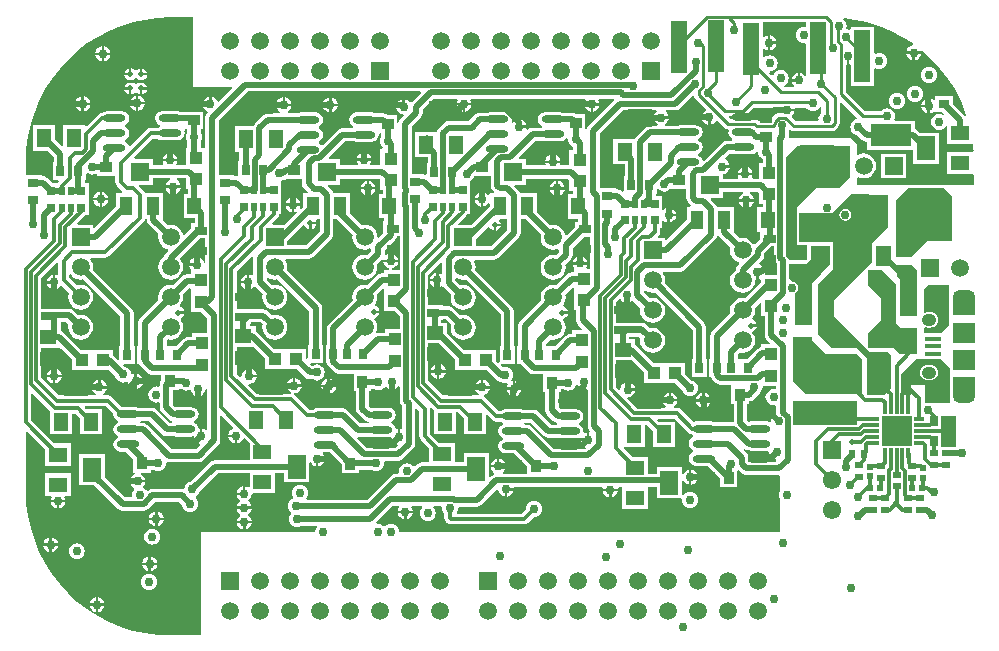
<source format=gtl>
G04*
G04 #@! TF.GenerationSoftware,Altium Limited,Altium Designer,18.1.9 (240)*
G04*
G04 Layer_Physical_Order=1*
G04 Layer_Color=255*
%FSLAX44Y44*%
%MOMM*%
G71*
G01*
G75*
%ADD10R,0.8548X0.3000*%
%ADD11R,0.3000X0.8548*%
%ADD13R,0.5200X0.5200*%
%ADD14R,0.5200X0.5200*%
%ADD15R,0.7000X0.5000*%
%ADD16R,0.5000X0.7000*%
%ADD17R,0.7500X0.8500*%
%ADD18R,3.0000X2.0000*%
%ADD19R,0.9000X0.7000*%
%ADD20R,3.4500X1.8500*%
%ADD21R,1.5494X1.2700*%
%ADD22R,1.5494X2.0066*%
%ADD23R,2.0000X3.0000*%
%ADD24R,1.1500X1.4500*%
%ADD25O,1.9000X0.6000*%
%ADD26R,1.0000X0.9000*%
%ADD27R,1.0500X0.6500*%
%ADD28R,0.9000X1.0000*%
%ADD29R,0.7000X0.9000*%
%ADD30R,1.1000X1.1000*%
%ADD31R,1.1000X1.6000*%
%ADD32R,1.6000X1.6000*%
%ADD33R,0.6400X0.7000*%
%ADD34R,1.4500X1.1500*%
%ADD35R,1.2700X1.5494*%
%ADD36R,2.0066X1.5494*%
%ADD37R,1.1000X1.1000*%
%ADD38R,1.9000X1.8000*%
%ADD39R,1.3500X0.4000*%
%ADD40R,1.4000X2.2000*%
%ADD41R,1.4000X0.9000*%
%ADD42C,1.0160*%
%ADD43R,5.5000X2.1500*%
%ADD44R,1.4000X4.4000*%
%ADD45R,0.7000X0.9500*%
%ADD46R,0.9500X1.7000*%
%ADD47R,1.9000X1.5750*%
%ADD49R,2.6000X2.6000*%
%ADD88C,0.5000*%
%ADD89C,0.3000*%
%ADD90C,0.2540*%
%ADD91R,1.2000X0.9500*%
%ADD92R,1.5500X1.5500*%
%ADD93C,1.5500*%
%ADD94C,1.5000*%
%ADD95R,1.5000X1.5000*%
%ADD96R,1.5000X1.5000*%
%ADD97O,1.9000X1.2000*%
%ADD98O,1.2500X1.0500*%
%ADD99C,0.7500*%
%ADD100C,0.5000*%
G36*
X665894Y521271D02*
X664624Y520275D01*
X663702Y520396D01*
X661940Y520164D01*
X660298Y519484D01*
X658888Y518402D01*
X657806Y516992D01*
X657126Y515350D01*
X656894Y513588D01*
X657126Y511826D01*
X657806Y510184D01*
X658888Y508774D01*
X660298Y507692D01*
X661940Y507012D01*
X663702Y506780D01*
X664624Y506901D01*
X665894Y505905D01*
Y479225D01*
X664624Y478840D01*
X664173Y479515D01*
X662092Y480905D01*
X660638Y481194D01*
Y474980D01*
X659638D01*
Y473980D01*
X653424D01*
X653713Y472526D01*
X654986Y470620D01*
X654631Y469350D01*
X647506D01*
X647163Y469774D01*
X647425Y471201D01*
X647533Y471336D01*
X648846Y472344D01*
X649928Y473754D01*
X650608Y475396D01*
X650840Y477158D01*
X650608Y478920D01*
X649928Y480562D01*
X648846Y481972D01*
X647436Y483054D01*
X645794Y483734D01*
X644032Y483966D01*
X642270Y483734D01*
X640628Y483054D01*
X639218Y481972D01*
X638136Y480562D01*
X637763Y479662D01*
X636282Y479347D01*
X634299Y481330D01*
X634652Y482263D01*
X634861Y482564D01*
X636522Y482782D01*
X638164Y483462D01*
X639574Y484544D01*
X640656Y485954D01*
X641336Y487596D01*
X641568Y489358D01*
X641336Y491120D01*
X640656Y492763D01*
X639574Y494173D01*
X638164Y495255D01*
X636522Y495935D01*
X634760Y496167D01*
X632998Y495935D01*
X631356Y495255D01*
X630264Y494417D01*
X628994Y494871D01*
Y501294D01*
X630264Y501973D01*
X631632Y501059D01*
X633086Y500770D01*
Y506984D01*
Y513198D01*
X631632Y512909D01*
X630264Y511995D01*
X628994Y512674D01*
Y524474D01*
X665894D01*
Y521271D01*
D02*
G37*
G36*
X706973Y526536D02*
X717364Y524232D01*
X727514Y521031D01*
X737347Y516959D01*
X746788Y512044D01*
X755765Y506325D01*
X755966Y506171D01*
X755649Y504813D01*
X754212Y504527D01*
X752131Y503137D01*
X750741Y501056D01*
X750452Y499602D01*
X763600D01*
X764112Y499920D01*
X764209Y499846D01*
X772056Y492656D01*
X779246Y484809D01*
X785725Y476365D01*
X791444Y467388D01*
X796358Y457948D01*
X800432Y448114D01*
X801224Y445602D01*
X800067Y445047D01*
X800015Y445125D01*
X789835Y455305D01*
Y461375D01*
X774835D01*
Y458689D01*
X773565Y458187D01*
X771834Y459343D01*
X770380Y459633D01*
Y453418D01*
Y447204D01*
X771834Y447493D01*
X773565Y448650D01*
X774835Y448375D01*
Y448375D01*
X780904D01*
X782385Y446894D01*
X781750Y445849D01*
X780108Y446530D01*
X778346Y446762D01*
X776584Y446530D01*
X774942Y445849D01*
X773532Y444768D01*
X772450Y443358D01*
X771770Y441716D01*
X771538Y439953D01*
X771770Y438191D01*
X772450Y436549D01*
X773532Y435139D01*
X774942Y434057D01*
X776584Y433377D01*
X778346Y433145D01*
X780108Y433377D01*
X781750Y434057D01*
X783160Y435139D01*
X784033Y436277D01*
X785228Y435993D01*
X785303Y435951D01*
Y420926D01*
X806797D01*
X806797Y420926D01*
X806964Y419760D01*
X807325Y417020D01*
X807402Y415245D01*
X806176Y414226D01*
X785303D01*
Y395526D01*
X806432D01*
X806797Y395526D01*
X807702Y394645D01*
Y386588D01*
X783266D01*
X783219Y386620D01*
X782048Y386853D01*
X782048Y386853D01*
X751586D01*
X751586Y386853D01*
X750415Y386620D01*
X750368Y386588D01*
X708660D01*
Y392171D01*
X709930Y393019D01*
X711521Y392360D01*
X714262Y391999D01*
X717003Y392360D01*
X719557Y393418D01*
X721751Y395101D01*
X723434Y397295D01*
X724492Y399849D01*
X724853Y402590D01*
X724492Y405331D01*
X723434Y407885D01*
X721751Y410079D01*
X719557Y411762D01*
X717003Y412820D01*
X714262Y413181D01*
X711521Y412820D01*
X709930Y412161D01*
X708660Y413009D01*
Y420307D01*
X703409Y425884D01*
X651715D01*
X650910Y426866D01*
X651022Y427430D01*
Y432469D01*
X651363Y432758D01*
X652291Y433094D01*
X652317Y433077D01*
X653405Y432350D01*
X655071Y432018D01*
X687578D01*
X689244Y432350D01*
X690657Y433293D01*
X692943Y435579D01*
X693886Y436992D01*
X694218Y438658D01*
Y455952D01*
X695391Y456438D01*
X708538Y443291D01*
X708130Y442088D01*
X708056Y442078D01*
X706414Y441398D01*
X705004Y440316D01*
X703922Y438906D01*
X703242Y437264D01*
X703010Y435502D01*
X703242Y433740D01*
X703922Y432098D01*
X705004Y430688D01*
X706414Y429606D01*
X708056Y428926D01*
X708526Y428864D01*
X712828Y424561D01*
X714648Y423346D01*
X716794Y422919D01*
X717380D01*
Y416277D01*
X756347D01*
Y404543D01*
X777841D01*
Y430609D01*
X761992D01*
X760109Y432492D01*
X758289Y433707D01*
X757880Y433789D01*
Y440776D01*
X741198D01*
X740350Y442047D01*
X740636Y442738D01*
X740868Y444500D01*
X740636Y446262D01*
X739956Y447904D01*
X738874Y449314D01*
X737464Y450396D01*
X735822Y451076D01*
X734060Y451308D01*
X732298Y451076D01*
X730656Y450396D01*
X729246Y449314D01*
X728893Y448854D01*
X715289D01*
X699104Y465039D01*
Y488281D01*
X700040Y489049D01*
Y495310D01*
X702040D01*
Y489096D01*
X702250Y489137D01*
X703232Y488332D01*
Y470300D01*
X723232D01*
Y484501D01*
X724502Y485302D01*
X725440Y484914D01*
X727202Y484682D01*
X728964Y484914D01*
X730606Y485594D01*
X732016Y486676D01*
X733098Y488086D01*
X733778Y489728D01*
X734010Y491490D01*
X733778Y493252D01*
X733098Y494894D01*
X732016Y496304D01*
X730606Y497386D01*
X728964Y498066D01*
X727202Y498298D01*
X725440Y498066D01*
X724502Y497678D01*
X723232Y498479D01*
Y520300D01*
X703232D01*
Y518404D01*
X701962Y517751D01*
X700770Y518244D01*
X700173Y518323D01*
X699671Y519192D01*
X699903Y520954D01*
X699671Y522716D01*
X698991Y524358D01*
X697909Y525768D01*
X696840Y526589D01*
X697343Y527803D01*
X706973Y526536D01*
D02*
G37*
G36*
X127000Y528302D02*
X146304D01*
Y469512D01*
X179252D01*
X179738Y468339D01*
X168442Y457043D01*
X167049Y457445D01*
X165825Y459277D01*
X163744Y460667D01*
X162290Y460956D01*
Y454742D01*
X161290D01*
Y453742D01*
X155076D01*
X155365Y452288D01*
X156755Y450207D01*
X158587Y448983D01*
X158989Y447590D01*
X158595Y447195D01*
X157379Y445376D01*
X156952Y443230D01*
Y417758D01*
X152992D01*
Y423702D01*
X153280Y424078D01*
X153960Y425720D01*
X154192Y427482D01*
X153960Y429244D01*
X153280Y430886D01*
X152992Y431262D01*
Y433606D01*
X155384D01*
Y448606D01*
X145539D01*
X145480Y448618D01*
X135849D01*
X135783Y448662D01*
X133442Y449128D01*
X120442D01*
X118101Y448662D01*
X116116Y447336D01*
X114790Y445351D01*
X114325Y443010D01*
X114790Y440669D01*
X116116Y438684D01*
X118101Y437358D01*
X118356Y437308D01*
Y436013D01*
X118101Y435962D01*
X116509Y434898D01*
X110762D01*
X109006Y434549D01*
X107518Y433554D01*
X93349Y419385D01*
X92133Y419754D01*
X92094Y419951D01*
X90768Y421936D01*
X88783Y423262D01*
X88528Y423313D01*
Y424608D01*
X88783Y424658D01*
X90768Y425984D01*
X92094Y427969D01*
X92559Y430310D01*
X92094Y432651D01*
X90768Y434636D01*
X88783Y435962D01*
X88528Y436013D01*
Y437308D01*
X88783Y437358D01*
X90768Y438684D01*
X92094Y440669D01*
X92559Y443010D01*
X92094Y445351D01*
X90768Y447336D01*
X88783Y448662D01*
X86442Y449128D01*
X73442D01*
X71101Y448662D01*
X69375Y447508D01*
X68070Y447249D01*
X66582Y446254D01*
X56439Y436112D01*
X55266Y436598D01*
Y436959D01*
X36566D01*
Y419752D01*
X35393Y419266D01*
X29866Y424793D01*
Y436959D01*
X11166D01*
Y415465D01*
X23333D01*
X28548Y410249D01*
Y405772D01*
X27656D01*
Y390772D01*
X32300D01*
X32786Y389599D01*
X32000Y388812D01*
X31282Y387738D01*
X27975D01*
X23247Y392465D01*
X21428Y393681D01*
X19282Y394108D01*
X18676D01*
Y395000D01*
X5098D01*
Y406400D01*
X5027Y406757D01*
X5475Y417020D01*
X6864Y427573D01*
X9168Y437964D01*
X12369Y448114D01*
X16442Y457948D01*
X21356Y467388D01*
X27075Y476365D01*
X33554Y484809D01*
X40744Y492656D01*
X48591Y499846D01*
X57035Y506325D01*
X66012Y512044D01*
X75452Y516959D01*
X85286Y521031D01*
X95436Y524232D01*
X105827Y526536D01*
X116379Y527925D01*
X126643Y528373D01*
X127000Y528302D01*
D02*
G37*
G36*
X339364Y464643D02*
X331569Y456847D01*
X331225Y456333D01*
X329955D01*
X329401Y457163D01*
X327320Y458553D01*
X325866Y458842D01*
Y452628D01*
X324866D01*
Y451628D01*
X318652D01*
X318941Y450174D01*
X320331Y448093D01*
X322412Y446703D01*
X324327Y446322D01*
X324808Y445007D01*
X322029Y442227D01*
X320813Y440408D01*
X320484Y438753D01*
X319214Y438878D01*
Y445778D01*
X311592D01*
X309932Y446887D01*
X307786Y447314D01*
X300187D01*
X300121Y447358D01*
X297780Y447823D01*
X284780D01*
X282439Y447358D01*
X280454Y446032D01*
X279128Y444047D01*
X278662Y441706D01*
X279128Y439365D01*
X280454Y437380D01*
X281691Y436554D01*
X281853Y434974D01*
X281463Y434614D01*
X273054D01*
X270908Y434187D01*
X269089Y432971D01*
X256472Y420354D01*
X255208Y420479D01*
X255106Y420632D01*
X253121Y421958D01*
X252866Y422009D01*
Y423303D01*
X253121Y423354D01*
X255106Y424680D01*
X256432Y426665D01*
X256898Y429006D01*
X256432Y431347D01*
X255106Y433332D01*
X253121Y434658D01*
X252866Y434709D01*
Y436003D01*
X253121Y436054D01*
X255106Y437380D01*
X256432Y439365D01*
X256898Y441706D01*
X256432Y444047D01*
X255106Y446032D01*
X253121Y447358D01*
X250780Y447823D01*
X237780D01*
X235439Y447358D01*
X235373Y447314D01*
X226959D01*
X226747Y447570D01*
X226993Y449262D01*
X227905Y449871D01*
X229296Y451952D01*
X229585Y453406D01*
X217156D01*
X217446Y451952D01*
X218836Y449871D01*
X219748Y449262D01*
X219994Y447570D01*
X219782Y447314D01*
X210058D01*
X207912Y446887D01*
X206093Y445671D01*
X198727Y438305D01*
X197511Y436486D01*
X197454Y436197D01*
X181722D01*
Y414703D01*
X185520D01*
Y406542D01*
X184628D01*
Y394791D01*
X183646Y393985D01*
X183030Y394108D01*
X181490D01*
Y395000D01*
X168168D01*
Y440907D01*
X193077Y465816D01*
X338878D01*
X339364Y464643D01*
D02*
G37*
G36*
X503178Y458276D02*
X481175Y436273D01*
X479959Y434454D01*
X479818Y433744D01*
X478548Y433869D01*
Y446240D01*
X470926D01*
X469266Y447349D01*
X467120Y447776D01*
X460029D01*
X459963Y447820D01*
X457622Y448286D01*
X444622D01*
X442281Y447820D01*
X440296Y446494D01*
X438970Y444509D01*
X438504Y442168D01*
X438970Y439827D01*
X440296Y437842D01*
X441533Y437016D01*
X441695Y435436D01*
X441305Y435076D01*
X434040D01*
X431894Y434649D01*
X430075Y433433D01*
X429801Y433160D01*
X428631Y433786D01*
X428836Y434818D01*
X422622D01*
Y435818D01*
X421622D01*
Y442032D01*
X420168Y441743D01*
X418087Y440353D01*
X417358Y439261D01*
X416274Y439827D01*
X416740Y442168D01*
X416274Y444509D01*
X414948Y446494D01*
X412963Y447820D01*
X410622Y448286D01*
X397622D01*
X395281Y447820D01*
X395215Y447776D01*
X389636D01*
X387490Y447349D01*
X385671Y446133D01*
X380247Y440710D01*
X363012D01*
X360866Y440283D01*
X359047Y439067D01*
X354199Y434219D01*
X352983Y432400D01*
X352778Y431371D01*
X344986D01*
X344238Y431520D01*
X343490Y431371D01*
X334312D01*
Y409877D01*
X345286D01*
Y405264D01*
X344394D01*
Y395704D01*
X343124Y394661D01*
X342076Y394870D01*
X341764D01*
Y395762D01*
X331602D01*
Y435939D01*
X339499Y443837D01*
X340715Y445656D01*
X341142Y447802D01*
Y450559D01*
X350129Y459546D01*
X370000D01*
X370678Y458276D01*
X370041Y457322D01*
X369752Y455868D01*
X382180D01*
X381891Y457322D01*
X381254Y458276D01*
X381932Y459546D01*
X478417D01*
X479096Y458276D01*
X478373Y457194D01*
X478084Y455740D01*
X490512D01*
X490223Y457194D01*
X489500Y458276D01*
X490179Y459546D01*
X502652D01*
X503178Y458276D01*
D02*
G37*
G36*
X678540Y452416D02*
Y447890D01*
X678080Y447536D01*
X676998Y446126D01*
X676318Y444484D01*
X676086Y442722D01*
X676181Y441996D01*
X675098Y440726D01*
X656875D01*
X653441Y444160D01*
X653565Y445424D01*
X653759Y445553D01*
X655149Y447634D01*
X655438Y449088D01*
X643010D01*
X643042Y448928D01*
X642007Y447618D01*
X641143Y447446D01*
X639730Y446502D01*
X636045Y442818D01*
X635102Y441405D01*
X634967Y440726D01*
X625363D01*
X625115Y440975D01*
X623702Y441918D01*
X622036Y442250D01*
X601497D01*
X599948Y443799D01*
X600434Y444972D01*
X603569D01*
X603730Y445004D01*
X612426D01*
X614092Y445336D01*
X615504Y446279D01*
X621249Y452024D01*
X642195D01*
X642963Y451088D01*
X655485D01*
X656253Y452024D01*
X665504D01*
X666396Y450862D01*
X667806Y449780D01*
X669448Y449100D01*
X671210Y448868D01*
X672972Y449100D01*
X674614Y449780D01*
X676024Y450862D01*
X677106Y452272D01*
X677270Y452668D01*
X678540Y452416D01*
D02*
G37*
G36*
X570719Y461428D02*
X570780Y461122D01*
X571724Y459710D01*
X580643Y450790D01*
X580482Y449155D01*
X579281Y448353D01*
X577891Y446272D01*
X577602Y444818D01*
X583816D01*
Y443818D01*
X584816D01*
Y437604D01*
X586270Y437893D01*
X588351Y439283D01*
X589153Y440484D01*
X590788Y440645D01*
X596615Y434818D01*
X598028Y433874D01*
X599694Y433542D01*
X600008Y432272D01*
X599779Y431118D01*
X600244Y428777D01*
X601570Y426792D01*
X602807Y425966D01*
X602969Y424386D01*
X602579Y424026D01*
X598250D01*
X596104Y423599D01*
X594285Y422383D01*
X578901Y406999D01*
X577685Y407368D01*
X577548Y408059D01*
X576222Y410044D01*
X574237Y411370D01*
X573982Y411421D01*
Y412715D01*
X574237Y412766D01*
X576222Y414092D01*
X577548Y416077D01*
X578014Y418418D01*
X577548Y420759D01*
X576222Y422744D01*
X574237Y424070D01*
X573982Y424120D01*
Y425415D01*
X574237Y425466D01*
X576222Y426792D01*
X577548Y428777D01*
X578014Y431118D01*
X577548Y433459D01*
X576222Y435444D01*
X574237Y436770D01*
X571896Y437235D01*
X558896D01*
X556555Y436770D01*
X556489Y436726D01*
X546360D01*
X545975Y437996D01*
X547521Y439029D01*
X548912Y441110D01*
X549201Y442564D01*
X536772D01*
X537062Y441110D01*
X538452Y439029D01*
X539998Y437996D01*
X539613Y436726D01*
X533294D01*
X531148Y436299D01*
X529329Y435083D01*
X521409Y427163D01*
X520201Y425355D01*
X502520D01*
Y403861D01*
X512094D01*
Y394190D01*
X511202D01*
Y381104D01*
X510029Y380618D01*
X509509Y381137D01*
X507690Y382353D01*
X505544Y382780D01*
X504680D01*
Y383672D01*
X490748D01*
Y429985D01*
X510577Y449814D01*
X538733D01*
X539118Y448544D01*
X538452Y448099D01*
X537062Y446018D01*
X536772Y444564D01*
X549201D01*
X548912Y446018D01*
X547521Y448099D01*
X546855Y448544D01*
X547240Y449814D01*
X554986D01*
X557132Y450241D01*
X558951Y451457D01*
X569341Y461846D01*
X570719Y461428D01*
D02*
G37*
G36*
X141776Y431262D02*
X141488Y430886D01*
X140808Y429244D01*
X140576Y427482D01*
X140808Y425720D01*
X141488Y424078D01*
X141776Y423702D01*
Y417758D01*
X140916D01*
Y403347D01*
X133135D01*
X132536Y404467D01*
X132867Y404962D01*
X133156Y406416D01*
X120728D01*
X121017Y404962D01*
X121348Y404467D01*
X120749Y403347D01*
X112411D01*
Y408739D01*
X97339D01*
X96853Y409912D01*
X112662Y425722D01*
X116509D01*
X118101Y424658D01*
X120442Y424193D01*
X133442D01*
X135783Y424658D01*
X137768Y425984D01*
X139094Y427969D01*
X139559Y430310D01*
X139136Y432439D01*
X139628Y433225D01*
X139983Y433606D01*
X141776D01*
Y431262D01*
D02*
G37*
G36*
X463815Y425650D02*
X463740Y425082D01*
X463972Y423320D01*
X464652Y421678D01*
X465734Y420268D01*
X467144Y419186D01*
X468170Y418761D01*
Y416488D01*
X465278D01*
Y403094D01*
X458047D01*
X457177Y404364D01*
X457336Y405164D01*
X444908D01*
X445067Y404364D01*
X444197Y403094D01*
X428644D01*
Y408486D01*
X422648D01*
X422162Y409659D01*
X436363Y423860D01*
X442215D01*
X442281Y423816D01*
X444622Y423350D01*
X457622D01*
X459963Y423816D01*
X461948Y425142D01*
X462594Y426110D01*
X463815Y425650D01*
D02*
G37*
G36*
X305606Y430231D02*
Y427204D01*
X305508Y427076D01*
X304828Y425434D01*
X304596Y423672D01*
X304828Y421910D01*
X305508Y420268D01*
X306590Y418858D01*
X307301Y418312D01*
X306870Y417042D01*
X305254D01*
Y403140D01*
X297137D01*
X296458Y404410D01*
X297205Y405528D01*
X297494Y406982D01*
X285066D01*
X285355Y405528D01*
X286102Y404410D01*
X285423Y403140D01*
X270656D01*
Y408532D01*
X262170D01*
X261684Y409705D01*
X275377Y423398D01*
X282373D01*
X282439Y423354D01*
X284780Y422888D01*
X297780D01*
X300121Y423354D01*
X302106Y424680D01*
X303432Y426665D01*
X303897Y429006D01*
X303808Y429459D01*
X304726Y430433D01*
X305606Y430231D01*
D02*
G37*
G36*
X624834Y414219D02*
X624992Y413018D01*
X625672Y411376D01*
X626754Y409966D01*
X628164Y408884D01*
X628990Y408542D01*
Y405460D01*
X626098D01*
Y391812D01*
X620414D01*
X619815Y392932D01*
X619945Y393126D01*
X620234Y394580D01*
X607806D01*
X608095Y393126D01*
X608225Y392932D01*
X607626Y391812D01*
X595370D01*
Y395767D01*
X597178Y396127D01*
X599259Y397517D01*
X600649Y399598D01*
X600938Y401052D01*
X594724D01*
Y403052D01*
X600938D01*
X600649Y404506D01*
X599259Y406587D01*
X597393Y407834D01*
X596976Y409214D01*
X600573Y412810D01*
X603489D01*
X603555Y412766D01*
X605896Y412300D01*
X618896D01*
X621237Y412766D01*
X623222Y414092D01*
X623512Y414527D01*
X624834Y414219D01*
D02*
G37*
G36*
X140916Y391827D02*
Y382758D01*
X142141D01*
Y378989D01*
X138999D01*
Y358489D01*
X147808D01*
Y354094D01*
X145166D01*
Y350345D01*
X139067Y344246D01*
X137865Y344654D01*
X137802Y345133D01*
X136744Y347687D01*
X135061Y349881D01*
X132867Y351564D01*
X130313Y352622D01*
X127572Y352983D01*
X125221Y352673D01*
X121043Y356851D01*
X121411Y357739D01*
X121411D01*
Y379739D01*
X105701D01*
X105650Y379995D01*
X104655Y381484D01*
X100573Y385566D01*
X101059Y386739D01*
X112411D01*
Y392132D01*
X127058D01*
X127218Y391677D01*
X127269Y390862D01*
X125379Y389599D01*
X123989Y387518D01*
X123700Y386064D01*
X136128D01*
X135839Y387518D01*
X134449Y389599D01*
X132559Y390862D01*
X132611Y391677D01*
X132770Y392132D01*
X140612D01*
X140916Y391827D01*
D02*
G37*
G36*
X702887Y419862D02*
X702887Y392864D01*
X694000Y383976D01*
X674044Y383976D01*
X658114Y368046D01*
Y335280D01*
X666750D01*
Y323714D01*
X666378Y323342D01*
X652018D01*
X648716Y326644D01*
Y410464D01*
X658114Y419862D01*
X702887Y419862D01*
D02*
G37*
G36*
X398506Y385826D02*
X398933Y383680D01*
X400149Y381861D01*
X401254Y380756D01*
X400727Y379486D01*
X397644D01*
Y378423D01*
X396374Y378038D01*
X395763Y378953D01*
X393682Y380343D01*
X392228Y380632D01*
Y374418D01*
Y368204D01*
X393682Y368493D01*
X395763Y369883D01*
X396374Y370798D01*
X397644Y370413D01*
Y367917D01*
X382319Y352592D01*
X371662D01*
X371176Y353765D01*
X378026Y360616D01*
X378767Y361724D01*
X380982D01*
Y374454D01*
X380982Y374724D01*
X380982D01*
Y375724D01*
X380982D01*
Y388724D01*
X380982Y388724D01*
X380982D01*
X381180Y389912D01*
X381610Y390090D01*
X383020Y391172D01*
X384102Y392582D01*
X384782Y394224D01*
X384807Y394408D01*
X398506D01*
Y385826D01*
D02*
G37*
G36*
X626098Y379529D02*
Y370460D01*
X628990D01*
Y367454D01*
X624244D01*
Y346954D01*
X626431D01*
Y341726D01*
X626270Y340917D01*
Y340437D01*
X622189Y336356D01*
X620723Y336686D01*
X619291Y338553D01*
X617097Y340236D01*
X614543Y341294D01*
X611802Y341655D01*
X609451Y341345D01*
X604370Y346427D01*
Y368204D01*
X590002D01*
X589991Y368262D01*
X588775Y370081D01*
X584826Y374031D01*
X585312Y375204D01*
X595370D01*
Y380596D01*
X612068D01*
X612499Y379421D01*
X612482Y379326D01*
X610459Y377975D01*
X609069Y375894D01*
X608780Y374440D01*
X621208D01*
X620919Y375894D01*
X619529Y377975D01*
X617506Y379326D01*
X617489Y379421D01*
X617920Y380596D01*
X625031D01*
X626098Y379529D01*
D02*
G37*
G36*
X238740Y387858D02*
X239167Y385712D01*
X240383Y383893D01*
X243570Y380705D01*
X243084Y379532D01*
X239656D01*
Y367963D01*
X237563Y365870D01*
X236577Y366680D01*
X237011Y367329D01*
X237300Y368783D01*
X232086D01*
Y363569D01*
X233540Y363858D01*
X234189Y364292D01*
X234999Y363306D01*
X224585Y352892D01*
X213974D01*
X213488Y354065D01*
X218128Y358706D01*
X219123Y360194D01*
X219392Y361546D01*
X221084D01*
Y374276D01*
X221084Y374546D01*
X221084D01*
Y375546D01*
X221084D01*
Y388546D01*
X221084Y388546D01*
X221335Y389712D01*
X222860Y390344D01*
X223492Y390829D01*
X224650Y391059D01*
X225373Y391542D01*
X238740D01*
Y387858D01*
D02*
G37*
G36*
X540880Y382892D02*
X542290Y381810D01*
X543932Y381130D01*
X545694Y380898D01*
X547456Y381130D01*
X549098Y381810D01*
X550508Y382892D01*
X550671Y383104D01*
X563962D01*
Y375768D01*
X564389Y373622D01*
X565605Y371803D01*
X567934Y369474D01*
X567407Y368204D01*
X564370D01*
Y356635D01*
X547275Y339540D01*
X546102Y340026D01*
Y341564D01*
X540466D01*
X539980Y342737D01*
X540620Y343378D01*
X541615Y344866D01*
X541964Y346622D01*
Y350240D01*
X543576D01*
Y355839D01*
X544846Y356244D01*
X546694Y355009D01*
X548148Y354720D01*
Y360934D01*
Y367148D01*
X546694Y366859D01*
X544846Y365624D01*
X543999Y365894D01*
X543576Y366187D01*
Y377240D01*
X538310D01*
Y379190D01*
X539202D01*
Y382992D01*
X540472Y383423D01*
X540880Y382892D01*
D02*
G37*
G36*
X57556Y396186D02*
X59198Y395506D01*
X60960Y395274D01*
X62722Y395506D01*
X63946Y396013D01*
X64988Y395492D01*
X65216Y395239D01*
Y394154D01*
X80823D01*
Y388749D01*
X81172Y386993D01*
X82167Y385505D01*
X86662Y381009D01*
X86136Y379739D01*
X81411D01*
Y368170D01*
X63045Y349804D01*
X61872Y350290D01*
Y352892D01*
X49070D01*
X48584Y354065D01*
X55188Y360670D01*
X55234Y360738D01*
X58144D01*
Y373468D01*
X58144Y373738D01*
X58144D01*
Y374738D01*
X58144D01*
Y387738D01*
X54764D01*
Y390772D01*
X55656D01*
Y396043D01*
X56926Y396669D01*
X57556Y396186D01*
D02*
G37*
G36*
X254234Y347308D02*
X242226Y335300D01*
X226210D01*
Y338655D01*
X239927Y352373D01*
X241363Y352012D01*
X242238Y350701D01*
X243906Y349588D01*
X244872Y349395D01*
Y354335D01*
X245872D01*
Y355335D01*
X250812D01*
X250627Y356262D01*
X250595Y356489D01*
X251296Y357532D01*
X254234D01*
Y347308D01*
D02*
G37*
G36*
X412730Y348503D02*
X398765Y334538D01*
X385836D01*
Y340247D01*
X396186Y350598D01*
X397691Y350306D01*
X398448Y349172D01*
X400116Y348058D01*
X401082Y347866D01*
Y352806D01*
X402082D01*
Y353806D01*
X407022D01*
X406830Y354772D01*
X405865Y356216D01*
X406261Y357486D01*
X412730D01*
Y348503D01*
D02*
G37*
G36*
X465278Y390558D02*
Y381488D01*
X468170D01*
Y378526D01*
X464122D01*
Y358026D01*
X472420D01*
Y355261D01*
X469778D01*
Y350573D01*
X463045Y343840D01*
X461843Y344248D01*
X461766Y344833D01*
X460708Y347387D01*
X459025Y349581D01*
X456831Y351264D01*
X454277Y352322D01*
X451536Y352683D01*
X449185Y352373D01*
X437644Y363914D01*
Y379486D01*
X423577D01*
X423519Y379778D01*
X422303Y381597D01*
X418588Y385313D01*
X419074Y386486D01*
X428644D01*
Y391878D01*
X463957D01*
X465278Y390558D01*
D02*
G37*
G36*
X305254Y391111D02*
Y382042D01*
X306986D01*
Y379036D01*
X303844D01*
Y358536D01*
X308146D01*
Y355618D01*
X307646D01*
Y346026D01*
X303606Y341986D01*
X302467Y342643D01*
X302140Y345133D01*
X301082Y347687D01*
X299399Y349881D01*
X297205Y351564D01*
X294651Y352622D01*
X291910Y352983D01*
X289278Y352636D01*
X279656Y362258D01*
Y379532D01*
X265135D01*
X265023Y380098D01*
X263807Y381917D01*
X260366Y385359D01*
X260852Y386532D01*
X270656D01*
Y391924D01*
X304441D01*
X305254Y391111D01*
D02*
G37*
G36*
X788924Y376918D02*
X788924Y355498D01*
X788924Y339090D01*
X768408D01*
X754692Y325374D01*
X742578Y325374D01*
X741680Y326272D01*
X741680Y373888D01*
X751586Y383794D01*
X782048D01*
X788924Y376918D01*
D02*
G37*
G36*
X107303Y357053D02*
X107730Y354907D01*
X108946Y353088D01*
X117291Y344743D01*
X116981Y342392D01*
X117342Y339651D01*
X118400Y337097D01*
X120083Y334903D01*
X122277Y333220D01*
X124831Y332162D01*
X125310Y332099D01*
X125718Y330897D01*
X123607Y328785D01*
X122391Y326966D01*
X122223Y326123D01*
X120083Y324481D01*
X118400Y322287D01*
X117342Y319733D01*
X116981Y316992D01*
X117342Y314251D01*
X118400Y311697D01*
X120083Y309503D01*
X122277Y307820D01*
X124831Y306762D01*
X127572Y306401D01*
X130313Y306762D01*
X132867Y307820D01*
X135061Y309503D01*
X136744Y311697D01*
X137802Y314251D01*
X138163Y316992D01*
X137802Y319733D01*
X136744Y322287D01*
X135105Y324423D01*
X152277Y341594D01*
X156952D01*
Y320843D01*
X155682Y320718D01*
X155531Y321478D01*
X154141Y323559D01*
X152060Y324949D01*
X150606Y325238D01*
Y319024D01*
X149606D01*
Y318024D01*
X143392D01*
X143681Y316570D01*
X144491Y315357D01*
X144408Y314087D01*
X144408Y314087D01*
X144408Y314087D01*
Y311026D01*
X141398D01*
X139252Y310599D01*
X137433Y309383D01*
X129923Y301873D01*
X127572Y302183D01*
X124831Y301822D01*
X122277Y300764D01*
X120083Y299081D01*
X118400Y296887D01*
X117342Y294333D01*
X116981Y291592D01*
X117291Y289241D01*
X101643Y273593D01*
X100427Y271774D01*
X100000Y269628D01*
Y250278D01*
X99108D01*
Y235278D01*
X100690D01*
X101643Y233853D01*
X107867Y227629D01*
X109686Y226413D01*
X111832Y225986D01*
X119792D01*
Y221142D01*
X118771Y219614D01*
X118344Y217468D01*
Y216374D01*
X117074Y215652D01*
X115570Y215850D01*
X113808Y215618D01*
X112166Y214938D01*
X110756Y213856D01*
X109674Y212446D01*
X108994Y210804D01*
X108762Y209042D01*
X108994Y207280D01*
X109674Y205638D01*
X110756Y204228D01*
X112166Y203146D01*
X113808Y202466D01*
X115570Y202234D01*
X117074Y202432D01*
X118344Y201710D01*
Y198114D01*
X118771Y195968D01*
X119987Y194149D01*
X125949Y188187D01*
X127768Y186971D01*
X128712Y186783D01*
X129122Y185407D01*
X128767Y185060D01*
X126725D01*
X115667Y196117D01*
X113848Y197333D01*
X111702Y197760D01*
X100895D01*
X100589Y197964D01*
X98248Y198430D01*
X86183D01*
X77692Y206921D01*
X76204Y207915D01*
X74448Y208264D01*
X70585D01*
X70199Y209534D01*
X71799Y210603D01*
X73189Y212684D01*
X73478Y214138D01*
X61050D01*
X61339Y212684D01*
X62729Y210603D01*
X64329Y209534D01*
X63943Y208264D01*
X33260D01*
X17898Y223626D01*
Y248662D01*
X33872D01*
X33872Y248662D01*
Y248662D01*
X34750Y247850D01*
X43778Y238822D01*
Y229752D01*
X60778D01*
Y229752D01*
X61778D01*
Y229752D01*
X75771D01*
X80802Y224722D01*
X80864Y224252D01*
X81544Y222610D01*
X82626Y221200D01*
X84036Y220118D01*
X85678Y219438D01*
X87440Y219206D01*
X89202Y219438D01*
X90195Y219849D01*
X91518Y219270D01*
X91634Y219123D01*
X91929Y217642D01*
X93319Y215561D01*
X95400Y214171D01*
X96854Y213882D01*
Y220096D01*
Y226310D01*
X95469Y226035D01*
X95356Y226045D01*
X94156Y226717D01*
X94016Y227776D01*
X93336Y229418D01*
X92254Y230828D01*
X90844Y231910D01*
X89202Y232590D01*
X88733Y232652D01*
X87280Y234105D01*
X87766Y235278D01*
X97108D01*
Y250278D01*
X96216D01*
Y277756D01*
X95789Y279902D01*
X94573Y281721D01*
X61653Y314641D01*
X61963Y316992D01*
X61602Y319733D01*
X60544Y322287D01*
X59552Y323580D01*
X60178Y324850D01*
X72332D01*
X74088Y325199D01*
X75576Y326194D01*
X104655Y355273D01*
X105650Y356761D01*
X105844Y357739D01*
X107303D01*
Y357053D01*
D02*
G37*
G36*
X441255Y344443D02*
X440945Y342092D01*
X441306Y339351D01*
X442364Y336797D01*
X444047Y334603D01*
X446241Y332920D01*
X448795Y331862D01*
X451536Y331501D01*
X454277Y331862D01*
X455616Y332417D01*
X456672Y331712D01*
Y329759D01*
X453887Y326973D01*
X451536Y327283D01*
X448795Y326922D01*
X446241Y325864D01*
X444047Y324181D01*
X442364Y321987D01*
X441306Y319433D01*
X440945Y316692D01*
X441306Y313951D01*
X442364Y311397D01*
X444047Y309203D01*
X446241Y307520D01*
X448795Y306462D01*
X451536Y306101D01*
X454277Y306462D01*
X456831Y307520D01*
X459025Y309203D01*
X460708Y311397D01*
X461766Y313951D01*
X462127Y316692D01*
X461817Y319043D01*
X466245Y323471D01*
X467461Y325290D01*
X467888Y327436D01*
Y332821D01*
X477827Y342761D01*
X482580D01*
Y315442D01*
X480317D01*
X479638Y316712D01*
X480222Y317586D01*
X480512Y319040D01*
X468083D01*
X468372Y317586D01*
X468970Y316691D01*
X469020Y315442D01*
X469020Y315442D01*
X469020Y315442D01*
Y312550D01*
X467186D01*
X465040Y312123D01*
X463221Y310907D01*
X453887Y301573D01*
X451536Y301883D01*
X448795Y301522D01*
X446241Y300464D01*
X444047Y298781D01*
X442364Y296587D01*
X441306Y294033D01*
X440945Y291292D01*
X441255Y288941D01*
X423719Y271405D01*
X422503Y269586D01*
X422076Y267440D01*
Y250180D01*
X421184D01*
Y235180D01*
X423893D01*
X431137Y227937D01*
X432956Y226721D01*
X435102Y226294D01*
X443036D01*
Y211156D01*
X444928D01*
Y195850D01*
X445355Y193704D01*
X446571Y191885D01*
X451713Y186743D01*
X453532Y185527D01*
X454651Y185305D01*
X455038Y183933D01*
X454695Y183616D01*
X449685D01*
X438627Y194673D01*
X436808Y195889D01*
X434662Y196316D01*
X426419D01*
X426353Y196360D01*
X424012Y196826D01*
X411012D01*
X408671Y196360D01*
X407079Y195296D01*
X405366D01*
X393710Y206952D01*
X392675Y207644D01*
X392943Y208992D01*
X393822Y209167D01*
X395903Y210557D01*
X397293Y212638D01*
X397582Y214092D01*
X385154D01*
X385443Y212638D01*
X386833Y210557D01*
X388316Y209566D01*
X387931Y208296D01*
X358008D01*
X345614Y220690D01*
Y252286D01*
X354629D01*
X368140Y238776D01*
Y229706D01*
X384870D01*
X385140Y229706D01*
X386140D01*
X386410Y229706D01*
X395209D01*
X403329Y221587D01*
X405148Y220371D01*
X406814Y220040D01*
X407314Y219656D01*
X408956Y218976D01*
X410718Y218744D01*
X412480Y218976D01*
X412492Y218981D01*
X413334Y217955D01*
X412413Y216576D01*
X412124Y215122D01*
X417338D01*
Y220336D01*
X416732Y220216D01*
X416016Y221368D01*
X416614Y222148D01*
X417294Y223790D01*
X417526Y225552D01*
X417294Y227314D01*
X416614Y228956D01*
X415532Y230366D01*
X414122Y231448D01*
X412480Y232128D01*
X410718Y232360D01*
X408956Y232128D01*
X408738Y232038D01*
X406866Y233910D01*
X407393Y235180D01*
X419184D01*
Y250180D01*
X418292D01*
Y279344D01*
X417865Y281490D01*
X416649Y283309D01*
X385617Y314341D01*
X385927Y316692D01*
X385566Y319433D01*
X384508Y321987D01*
X384357Y322183D01*
X384919Y323322D01*
X401088D01*
X403234Y323749D01*
X405053Y324965D01*
X422303Y342215D01*
X423519Y344034D01*
X423946Y346180D01*
Y357486D01*
X428211D01*
X441255Y344443D01*
D02*
G37*
G36*
X281592Y344462D02*
X281319Y342392D01*
X281680Y339651D01*
X282738Y337097D01*
X284421Y334903D01*
X286615Y333220D01*
X289169Y332162D01*
X291910Y331801D01*
X294651Y332162D01*
X296376Y332877D01*
X297646Y332028D01*
Y330659D01*
X294261Y327273D01*
X291910Y327583D01*
X289169Y327222D01*
X286615Y326164D01*
X284421Y324481D01*
X282738Y322287D01*
X281680Y319733D01*
X281319Y316992D01*
X281680Y314251D01*
X282738Y311697D01*
X284421Y309503D01*
X286615Y307820D01*
X289169Y306762D01*
X291910Y306401D01*
X294651Y306762D01*
X297205Y307820D01*
X299399Y309503D01*
X301082Y311697D01*
X302140Y314251D01*
X302501Y316992D01*
X302191Y319343D01*
X306341Y323493D01*
X307248Y323008D01*
X312754D01*
Y328222D01*
X311300Y327933D01*
X309889Y326990D01*
X308746Y327754D01*
X308862Y328336D01*
Y331380D01*
X317719Y340238D01*
X318935Y342057D01*
X319146Y343118D01*
X321544D01*
Y314578D01*
X315155D01*
X315030Y315849D01*
X316208Y316083D01*
X318289Y317473D01*
X319679Y319554D01*
X319968Y321008D01*
X307540D01*
X307829Y319554D01*
X309219Y317473D01*
X311300Y316083D01*
X312478Y315849D01*
X312353Y314578D01*
X308492D01*
Y311686D01*
X306397D01*
X304251Y311259D01*
X302431Y310044D01*
X294261Y301873D01*
X291910Y302183D01*
X289169Y301822D01*
X286615Y300764D01*
X284421Y299081D01*
X282738Y296887D01*
X281680Y294333D01*
X281319Y291592D01*
X281629Y289241D01*
X261409Y269021D01*
X260193Y267202D01*
X259766Y265056D01*
Y251086D01*
X258874D01*
Y236086D01*
X259905D01*
X260193Y234638D01*
X261409Y232819D01*
X265783Y228445D01*
X267602Y227229D01*
X269748Y226802D01*
X282504D01*
Y211710D01*
X284396D01*
Y197168D01*
X284823Y195022D01*
X286039Y193203D01*
X291437Y187805D01*
X293256Y186589D01*
X295402Y186162D01*
X295422D01*
X295919Y184892D01*
X295687Y184678D01*
X288327D01*
X277269Y195735D01*
X275450Y196951D01*
X273304Y197378D01*
X267411D01*
X267345Y197422D01*
X265004Y197887D01*
X252004D01*
X249663Y197422D01*
X248071Y196358D01*
X244725D01*
X232860Y208222D01*
X231592Y209070D01*
X232087Y210266D01*
X232265Y210231D01*
X234720Y210719D01*
X236800Y212109D01*
X238191Y214190D01*
X238480Y215644D01*
X226051D01*
X226340Y214190D01*
X227731Y212109D01*
X229668Y210815D01*
X229629Y210177D01*
X229425Y209566D01*
X200783D01*
X193269Y217080D01*
X193868Y218200D01*
X194120Y218150D01*
X196574Y218638D01*
X198655Y220028D01*
X200045Y222109D01*
X200334Y223563D01*
X194120D01*
Y224563D01*
X193120D01*
Y230777D01*
X191666Y230488D01*
X189585Y229098D01*
X188195Y227017D01*
X187707Y224563D01*
X187757Y224310D01*
X186637Y223712D01*
X183562Y226786D01*
Y249424D01*
X197514D01*
X207354Y239583D01*
Y230514D01*
X224354D01*
Y230514D01*
X225354D01*
Y230514D01*
X234424D01*
X241197Y223741D01*
X243016Y222525D01*
X245162Y222098D01*
X247426D01*
X247802Y221810D01*
X249444Y221130D01*
X251206Y220898D01*
X252968Y221130D01*
X254610Y221810D01*
X256020Y222892D01*
X257102Y224302D01*
X257782Y225944D01*
X258014Y227706D01*
X257782Y229468D01*
X257102Y231110D01*
X256020Y232520D01*
X254610Y233602D01*
X252968Y234282D01*
X251206Y234514D01*
X249444Y234282D01*
X247802Y233602D01*
X247459Y233339D01*
X245886Y234913D01*
X246372Y236086D01*
X256874D01*
Y251086D01*
X255982D01*
Y282328D01*
X255555Y284474D01*
X254339Y286293D01*
X225991Y314641D01*
X226301Y316992D01*
X225940Y319733D01*
X224882Y322287D01*
X224377Y322945D01*
X224939Y324084D01*
X244549D01*
X246695Y324511D01*
X248514Y325727D01*
X263807Y341020D01*
X265023Y342839D01*
X265450Y344985D01*
Y357532D01*
X268521D01*
X281592Y344462D01*
D02*
G37*
G36*
X357358Y320508D02*
Y312003D01*
X356238Y311404D01*
X355836Y311673D01*
X354382Y311962D01*
Y305748D01*
Y299534D01*
X355836Y299823D01*
X356910Y300540D01*
X358658Y300210D01*
X359001Y299697D01*
X365055Y293643D01*
X364745Y291292D01*
X365106Y288551D01*
X366164Y285997D01*
X367847Y283803D01*
X370041Y282120D01*
X372595Y281062D01*
X375336Y280701D01*
X378077Y281062D01*
X380631Y282120D01*
X382825Y283803D01*
X384508Y285997D01*
X385566Y288551D01*
X385927Y291292D01*
X385566Y294033D01*
X384508Y296587D01*
X382825Y298781D01*
X380631Y300464D01*
X378077Y301522D01*
X375336Y301883D01*
X372985Y301573D01*
X368574Y305985D01*
Y307210D01*
X369713Y307772D01*
X370041Y307520D01*
X372595Y306462D01*
X375336Y306101D01*
X377687Y306411D01*
X407076Y277021D01*
Y250180D01*
X406184D01*
Y236389D01*
X404914Y235863D01*
X403140Y237637D01*
Y246706D01*
X386410D01*
X386140Y246706D01*
X385140D01*
X384870Y246706D01*
X376071D01*
X361532Y261245D01*
Y269786D01*
X356890D01*
Y272068D01*
X357859D01*
Y272710D01*
X360588D01*
X365055Y268243D01*
X364745Y265892D01*
X365106Y263151D01*
X366164Y260597D01*
X367847Y258403D01*
X370041Y256720D01*
X372595Y255662D01*
X375336Y255301D01*
X378077Y255662D01*
X380631Y256720D01*
X382825Y258403D01*
X384508Y260597D01*
X385566Y263151D01*
X385927Y265892D01*
X385566Y268633D01*
X384508Y271187D01*
X382825Y273381D01*
X380631Y275064D01*
X378077Y276122D01*
X375336Y276483D01*
X372985Y276173D01*
X366876Y282283D01*
X365056Y283498D01*
X362910Y283925D01*
X357859D01*
Y284568D01*
X345614D01*
Y310424D01*
X356185Y320994D01*
X357358Y320508D01*
D02*
G37*
G36*
X591905Y343031D02*
X601521Y333415D01*
X601211Y331064D01*
X601572Y328323D01*
X602630Y325769D01*
X604313Y323575D01*
X606507Y321892D01*
X608704Y320982D01*
X609179Y319661D01*
X607837Y318318D01*
X606621Y316499D01*
X606251Y314640D01*
X604313Y313153D01*
X602630Y310959D01*
X601572Y308405D01*
X601211Y305664D01*
X601572Y302923D01*
X602630Y300369D01*
X604313Y298175D01*
X606507Y296492D01*
X609061Y295434D01*
X611802Y295073D01*
X614543Y295434D01*
X617097Y296492D01*
X619291Y298175D01*
X620974Y300369D01*
X622032Y302923D01*
X622393Y305664D01*
X622333Y306114D01*
X623260Y306982D01*
X623332Y306968D01*
Y313182D01*
X624332D01*
Y314182D01*
X630546D01*
X630257Y315636D01*
X628867Y317717D01*
X626786Y319107D01*
X626189Y319226D01*
X625821Y320441D01*
X628566Y323187D01*
X629782Y325006D01*
X630209Y327152D01*
Y328514D01*
X636362Y334667D01*
X638260D01*
Y325006D01*
X638687Y322860D01*
X639903Y321041D01*
X640668Y320275D01*
Y310108D01*
X631254D01*
X630386Y311378D01*
X630546Y312182D01*
X625332D01*
Y306968D01*
X626275Y307155D01*
X627546Y306353D01*
Y303938D01*
X614153Y290545D01*
X611802Y290855D01*
X609061Y290494D01*
X606507Y289436D01*
X604313Y287753D01*
X602630Y285559D01*
X601572Y283005D01*
X601211Y280264D01*
X601521Y277913D01*
X586127Y262519D01*
X584911Y260700D01*
X584484Y258554D01*
Y239250D01*
X583592D01*
Y224250D01*
X584824D01*
X584911Y223814D01*
X586127Y221995D01*
X589175Y218947D01*
X590994Y217731D01*
X593140Y217304D01*
X601340D01*
X602396Y216787D01*
Y200787D01*
X604288D01*
Y185873D01*
X604194Y185796D01*
X587747D01*
X587681Y185840D01*
X585340Y186306D01*
X572340D01*
X569999Y185840D01*
X569939Y185800D01*
X559352Y196386D01*
X557864Y197381D01*
X556108Y197730D01*
X554032D01*
X553647Y199000D01*
X554819Y199783D01*
X556209Y201864D01*
X556498Y203318D01*
X544070D01*
X544359Y201864D01*
X545749Y199783D01*
X546921Y199000D01*
X546536Y197730D01*
X522163D01*
X514222Y205671D01*
X514799Y206891D01*
X516906Y207310D01*
X518987Y208700D01*
X520377Y210781D01*
X520666Y212235D01*
X514452D01*
Y213235D01*
X513452D01*
Y219449D01*
X511998Y219160D01*
X509917Y217770D01*
X508527Y215689D01*
X508108Y213581D01*
X506888Y213005D01*
X504618Y215275D01*
Y238248D01*
X517761D01*
X528008Y228001D01*
Y218932D01*
X544738D01*
X545008Y218932D01*
X546008D01*
X546278Y218932D01*
X554645D01*
X560646Y212932D01*
X560708Y212462D01*
X561388Y210820D01*
X562470Y209410D01*
X563880Y208328D01*
X565522Y207648D01*
X567284Y207416D01*
X569046Y207648D01*
X570688Y208328D01*
X572098Y209410D01*
X573180Y210820D01*
X573860Y212462D01*
X574092Y214224D01*
X573860Y215986D01*
X573180Y217628D01*
X572098Y219038D01*
X570688Y220120D01*
X569046Y220800D01*
X568577Y220862D01*
X563008Y226431D01*
Y235932D01*
X546278D01*
X546008Y235932D01*
X545008D01*
X544738Y235932D01*
X535939D01*
X521313Y250557D01*
X520536Y251077D01*
Y255748D01*
X515894D01*
Y257411D01*
X516504D01*
Y258053D01*
X524450D01*
X525309Y257126D01*
X525011Y254864D01*
X525372Y252123D01*
X526430Y249569D01*
X528113Y247375D01*
X530307Y245692D01*
X532861Y244634D01*
X535602Y244273D01*
X538343Y244634D01*
X540897Y245692D01*
X543091Y247375D01*
X544774Y249569D01*
X545832Y252123D01*
X546193Y254864D01*
X545832Y257605D01*
X544774Y260159D01*
X543091Y262353D01*
X540897Y264036D01*
X538343Y265094D01*
X535602Y265455D01*
X533251Y265145D01*
X530033Y268363D01*
X528214Y269579D01*
X526068Y270006D01*
X513758D01*
X513282Y269911D01*
X504618D01*
Y287139D01*
X507215Y289736D01*
X508479Y289611D01*
X509223Y288497D01*
X511304Y287107D01*
X512758Y286818D01*
Y293032D01*
X514758D01*
Y286818D01*
X516212Y287107D01*
X518293Y288497D01*
X519336Y288600D01*
X525321Y282615D01*
X525011Y280264D01*
X525372Y277523D01*
X526430Y274969D01*
X528113Y272775D01*
X530307Y271092D01*
X532861Y270034D01*
X535602Y269673D01*
X538343Y270034D01*
X540897Y271092D01*
X543091Y272775D01*
X544774Y274969D01*
X545832Y277523D01*
X546193Y280264D01*
X545832Y283005D01*
X544774Y285559D01*
X543091Y287753D01*
X540897Y289436D01*
X538343Y290494D01*
X535602Y290855D01*
X533251Y290545D01*
X528284Y295513D01*
X528380Y296537D01*
X529543Y297078D01*
X530307Y296492D01*
X532861Y295434D01*
X535602Y295073D01*
X537953Y295383D01*
X569484Y263851D01*
Y239250D01*
X568592D01*
Y224250D01*
X581592D01*
Y239250D01*
X580700D01*
Y266174D01*
X580273Y268320D01*
X579057Y270139D01*
X545883Y303313D01*
X546193Y305664D01*
X545832Y308405D01*
X544774Y310959D01*
X544074Y311871D01*
X544636Y313010D01*
X558952D01*
X561098Y313437D01*
X562917Y314653D01*
X588775Y340511D01*
X589991Y342330D01*
X590187Y343316D01*
X591535Y343584D01*
X591905Y343031D01*
D02*
G37*
G36*
X197738Y325597D02*
X197592Y324866D01*
Y310439D01*
X196472Y309840D01*
X195812Y310281D01*
X194358Y310570D01*
Y304356D01*
Y298142D01*
X195812Y298431D01*
X197893Y299821D01*
X198018Y300008D01*
X199472Y299899D01*
X205429Y293943D01*
X205119Y291592D01*
X205480Y288851D01*
X206538Y286297D01*
X208221Y284103D01*
X210415Y282420D01*
X212969Y281362D01*
X215710Y281001D01*
X218451Y281362D01*
X221005Y282420D01*
X223199Y284103D01*
X224882Y286297D01*
X225940Y288851D01*
X226301Y291592D01*
X225940Y294333D01*
X224882Y296887D01*
X223199Y299081D01*
X221005Y300764D01*
X218451Y301822D01*
X215710Y302183D01*
X213359Y301873D01*
X208808Y306425D01*
Y307618D01*
X209947Y308179D01*
X210415Y307820D01*
X212969Y306762D01*
X215710Y306401D01*
X218061Y306711D01*
X244766Y280005D01*
Y251086D01*
X243874D01*
Y239841D01*
X242604Y239162D01*
X242354Y239329D01*
Y247514D01*
X225354D01*
Y247514D01*
X224354D01*
Y247514D01*
X215285D01*
X200659Y262139D01*
X199480Y262927D01*
Y266924D01*
X194838D01*
Y268714D01*
X195776D01*
Y270118D01*
X203853D01*
X205429Y268543D01*
X205119Y266192D01*
X205480Y263451D01*
X206538Y260897D01*
X208221Y258703D01*
X210415Y257020D01*
X212969Y255962D01*
X215710Y255601D01*
X218451Y255962D01*
X221005Y257020D01*
X223199Y258703D01*
X224882Y260897D01*
X225940Y263451D01*
X226301Y266192D01*
X225940Y268933D01*
X224882Y271487D01*
X223199Y273681D01*
X221005Y275364D01*
X218451Y276422D01*
X215710Y276783D01*
X213359Y276473D01*
X210141Y279691D01*
X208322Y280907D01*
X206176Y281334D01*
X193358D01*
X192756Y281214D01*
X183562D01*
Y313218D01*
X196567Y326223D01*
X197738Y325597D01*
D02*
G37*
G36*
X737870Y323951D02*
X742703Y319117D01*
X754703D01*
X759206Y314615D01*
Y275336D01*
X744982D01*
Y306578D01*
X742703Y308857D01*
Y312159D01*
X736600Y318262D01*
X725932D01*
X725170Y319024D01*
Y334772D01*
X737870D01*
Y323951D01*
D02*
G37*
G36*
X685800Y319786D02*
X670560Y302514D01*
X670560Y267716D01*
X657234Y267716D01*
X656336Y268614D01*
X656336Y295126D01*
X657415Y295847D01*
X658525Y297507D01*
X658914Y299466D01*
X658525Y301425D01*
X657415Y303085D01*
X655755Y304195D01*
X654699Y304405D01*
X651256Y307848D01*
Y319786D01*
X665988Y319786D01*
X669798Y323596D01*
Y334772D01*
X685800D01*
Y319786D01*
D02*
G37*
G36*
X786892Y267970D02*
X779780Y260858D01*
X765318D01*
Y265348D01*
X766374Y266053D01*
X766904Y265834D01*
X768606Y265610D01*
X770606D01*
X772308Y265834D01*
X773894Y266491D01*
X775256Y267536D01*
X776301Y268898D01*
X776958Y270484D01*
X777182Y272186D01*
X776958Y273888D01*
X776301Y275474D01*
X775256Y276836D01*
X773894Y277881D01*
X772308Y278538D01*
X770606Y278762D01*
X768606D01*
X766904Y278538D01*
X766374Y278319D01*
X765318Y279024D01*
Y297958D01*
X769112Y301752D01*
X786892Y301752D01*
Y267970D01*
D02*
G37*
G36*
X308281Y298329D02*
X308492Y297579D01*
Y296579D01*
X308492D01*
X308492Y296309D01*
Y279579D01*
X317561D01*
X321544Y275596D01*
Y264206D01*
X309254D01*
Y261314D01*
X302902D01*
X302428Y261219D01*
X301622Y262201D01*
X302140Y263451D01*
X302501Y266192D01*
X302140Y268933D01*
X301082Y271487D01*
X300045Y272839D01*
X300572Y274238D01*
X301377Y274398D01*
X303044Y275512D01*
X304158Y277180D01*
X304350Y278146D01*
X299410D01*
Y280146D01*
X304350D01*
X304158Y281112D01*
X303044Y282780D01*
X301377Y283894D01*
X300700Y284028D01*
X300253Y285217D01*
X301082Y286297D01*
X302140Y288851D01*
X302501Y291592D01*
X302191Y293943D01*
X306995Y298746D01*
X308281Y298329D01*
D02*
G37*
G36*
X144408Y298701D02*
Y297087D01*
X144408D01*
Y296087D01*
X144408D01*
Y279087D01*
X153308D01*
X158476Y273919D01*
Y260832D01*
X145404D01*
Y257940D01*
X142602D01*
X140456Y257513D01*
X138637Y256297D01*
X132364Y250024D01*
X126294D01*
Y250024D01*
X125672D01*
X124402Y250924D01*
Y255029D01*
X125339Y255895D01*
X127572Y255601D01*
X130313Y255962D01*
X132867Y257020D01*
X135061Y258703D01*
X136744Y260897D01*
X137802Y263451D01*
X138163Y266192D01*
X137802Y268933D01*
X136744Y271487D01*
X135961Y272507D01*
X136441Y273969D01*
X137746Y274840D01*
X138860Y276507D01*
X139052Y277474D01*
X134112D01*
Y279474D01*
X139052D01*
X138860Y280441D01*
X137746Y282108D01*
X136079Y283222D01*
X135931Y283251D01*
X135471Y284637D01*
X136744Y286297D01*
X137802Y288851D01*
X138163Y291592D01*
X137853Y293943D01*
X143138Y299227D01*
X144408Y298701D01*
D02*
G37*
G36*
X32438Y320258D02*
Y310618D01*
X31393Y309953D01*
X31168Y309974D01*
X29766Y310252D01*
Y304038D01*
Y297824D01*
X31220Y298113D01*
X33301Y299503D01*
X34052Y300627D01*
X35687Y300788D01*
X41435Y295040D01*
X41142Y294333D01*
X40781Y291592D01*
X41142Y288851D01*
X42200Y286297D01*
X43883Y284103D01*
X46077Y282420D01*
X48631Y281362D01*
X51372Y281001D01*
X54113Y281362D01*
X56667Y282420D01*
X58861Y284103D01*
X60544Y286297D01*
X61602Y288851D01*
X61963Y291592D01*
X61602Y294333D01*
X60544Y296887D01*
X58861Y299081D01*
X56667Y300764D01*
X54113Y301822D01*
X51372Y302183D01*
X48631Y301822D01*
X47924Y301529D01*
X41614Y307838D01*
Y310374D01*
X42884Y310805D01*
X43883Y309503D01*
X46077Y307820D01*
X48631Y306762D01*
X51372Y306401D01*
X53723Y306711D01*
X85000Y275433D01*
Y250278D01*
X84108D01*
Y238936D01*
X82935Y238450D01*
X79167Y242217D01*
X78778Y242477D01*
Y246752D01*
X61778D01*
Y246752D01*
X60778D01*
Y246752D01*
X51709D01*
X36829Y261631D01*
X35010Y262847D01*
X34374Y262973D01*
Y270626D01*
X39007D01*
X41091Y268543D01*
X40781Y266192D01*
X41142Y263451D01*
X42200Y260897D01*
X43883Y258703D01*
X46077Y257020D01*
X48631Y255962D01*
X51372Y255601D01*
X54113Y255962D01*
X56667Y257020D01*
X58861Y258703D01*
X60544Y260897D01*
X61602Y263451D01*
X61963Y266192D01*
X61602Y268933D01*
X60544Y271487D01*
X58861Y273681D01*
X56667Y275364D01*
X54113Y276422D01*
X51372Y276783D01*
X49021Y276473D01*
X45295Y280199D01*
X43476Y281415D01*
X41330Y281842D01*
X28766D01*
X28164Y281722D01*
X17898D01*
Y307377D01*
X31265Y320744D01*
X32438Y320258D01*
D02*
G37*
G36*
X468771Y298837D02*
X469020Y298442D01*
Y297442D01*
X469020D01*
X469020Y297172D01*
Y280442D01*
X471016D01*
Y272068D01*
X471443Y269922D01*
X472659Y268103D01*
X476216Y264545D01*
X475730Y263372D01*
X467496D01*
Y260480D01*
X465948D01*
X463802Y260053D01*
X461983Y258837D01*
X453170Y250024D01*
X447100D01*
Y250024D01*
X446478D01*
X445708Y250570D01*
X445611Y252036D01*
X449185Y255611D01*
X451536Y255301D01*
X454277Y255662D01*
X456831Y256720D01*
X459025Y258403D01*
X460708Y260597D01*
X461766Y263151D01*
X462127Y265892D01*
X461766Y268633D01*
X460708Y271187D01*
X459784Y272391D01*
X460231Y273580D01*
X460969Y273727D01*
X462636Y274840D01*
X463750Y276507D01*
X463942Y277474D01*
X459002D01*
Y279474D01*
X463942D01*
X463750Y280441D01*
X462636Y282108D01*
X460969Y283222D01*
X460284Y283358D01*
X459757Y284757D01*
X460708Y285997D01*
X461766Y288551D01*
X462127Y291292D01*
X461817Y293643D01*
X467257Y299083D01*
X468771Y298837D01*
D02*
G37*
G36*
X627546Y286418D02*
Y275108D01*
X630438D01*
Y259762D01*
X630865Y257617D01*
X632080Y255797D01*
X635166Y252712D01*
X634680Y251538D01*
X627668D01*
Y249471D01*
X626358Y249211D01*
X624539Y247995D01*
X615771Y239228D01*
X609702D01*
Y239228D01*
X609080D01*
X607810Y240128D01*
Y242941D01*
X609451Y244583D01*
X611802Y244273D01*
X614543Y244634D01*
X617097Y245692D01*
X619291Y247375D01*
X620974Y249569D01*
X622032Y252123D01*
X622393Y254864D01*
X622032Y257605D01*
X620974Y260159D01*
X620115Y261279D01*
X620641Y262679D01*
X620710Y262692D01*
X622378Y263806D01*
X623492Y265473D01*
X623684Y266440D01*
X618744D01*
Y268440D01*
X623684D01*
X623492Y269406D01*
X622378Y271073D01*
X620710Y272187D01*
X620476Y272234D01*
X619949Y273634D01*
X620974Y274969D01*
X622032Y277523D01*
X622393Y280264D01*
X622083Y282615D01*
X626372Y286904D01*
X627546Y286418D01*
D02*
G37*
G36*
X741546Y302387D02*
Y302213D01*
X741546Y302213D01*
Y269300D01*
X745453Y265393D01*
X759206D01*
Y243381D01*
X744525D01*
X739748Y248158D01*
X729735Y248158D01*
D01*
X718432D01*
Y260223D01*
X729434Y272111D01*
Y290245D01*
X718432Y302133D01*
Y314198D01*
X729735D01*
X741546Y302387D01*
D02*
G37*
G36*
X478774Y213496D02*
X479278Y213596D01*
X480548Y212588D01*
Y182626D01*
X480975Y180480D01*
X482191Y178661D01*
X482544Y178308D01*
X481918Y177137D01*
X481822Y177156D01*
Y170942D01*
X480822D01*
Y169942D01*
X474608D01*
X474897Y168488D01*
X476287Y166407D01*
X478368Y165017D01*
X478417Y165007D01*
X478915Y163613D01*
X478492Y163088D01*
X451903D01*
X433017Y181973D01*
X431198Y183189D01*
X429052Y183616D01*
X427594D01*
X427097Y184886D01*
X427329Y185100D01*
X432339D01*
X443397Y174043D01*
X445216Y172827D01*
X447362Y172400D01*
X455605D01*
X455671Y172356D01*
X458012Y171891D01*
X471012D01*
X473353Y172356D01*
X473515Y172465D01*
X474297Y171942D01*
X479822D01*
Y177156D01*
X478368Y176867D01*
X478058Y176660D01*
X477002Y177365D01*
X477130Y178008D01*
X476664Y180349D01*
X475338Y182334D01*
X473353Y183660D01*
X473098Y183711D01*
Y185005D01*
X473353Y185056D01*
X475338Y186382D01*
X476664Y188367D01*
X477130Y190708D01*
X476664Y193049D01*
X475338Y195034D01*
X473353Y196360D01*
X471012Y196826D01*
X458012D01*
X457577Y196739D01*
X456144Y198173D01*
Y211156D01*
X458036D01*
Y213548D01*
X460578D01*
X460954Y213260D01*
X462596Y212580D01*
X464358Y212348D01*
X466120Y212580D01*
X467762Y213260D01*
X469172Y214342D01*
X470254Y215752D01*
X470709Y216850D01*
X470820Y216889D01*
X472098Y216884D01*
X473239Y215175D01*
X475320Y213785D01*
X476774Y213496D01*
Y219710D01*
X478774D01*
Y213496D01*
D02*
G37*
G36*
X316242D02*
X317696Y213785D01*
X319777Y215175D01*
X320274Y215920D01*
X321544Y215534D01*
Y203724D01*
X321971Y201578D01*
X323187Y199759D01*
X323576Y199369D01*
Y180689D01*
X322306Y179647D01*
X322056Y179696D01*
Y173482D01*
X320056D01*
Y179696D01*
X319321Y179550D01*
X317871Y180330D01*
X317656Y181411D01*
X316330Y183396D01*
X314345Y184722D01*
X314090Y184773D01*
Y186067D01*
X314345Y186118D01*
X316330Y187444D01*
X317656Y189429D01*
X318122Y191770D01*
X317656Y194111D01*
X316330Y196096D01*
X314345Y197422D01*
X312004Y197887D01*
X299004D01*
X297512Y197591D01*
X295612Y199491D01*
Y211710D01*
X297504D01*
Y214102D01*
X299750D01*
X300126Y213814D01*
X301768Y213134D01*
X303530Y212902D01*
X305292Y213134D01*
X306934Y213814D01*
X308344Y214896D01*
X308890Y215608D01*
X310444Y215570D01*
X310707Y215175D01*
X312788Y213785D01*
X314242Y213496D01*
Y219710D01*
X316242D01*
Y213496D01*
D02*
G37*
G36*
X640314Y214396D02*
X639044Y213433D01*
X638048Y213564D01*
X636286Y213332D01*
X634644Y212652D01*
X633234Y211570D01*
X632152Y210160D01*
X631472Y208518D01*
X631240Y206756D01*
X631472Y204994D01*
X632152Y203352D01*
X633234Y201942D01*
X634644Y200860D01*
X636286Y200180D01*
X638048Y199948D01*
X639044Y200079D01*
X640314Y199116D01*
Y193769D01*
X640520Y192736D01*
X639912Y192615D01*
X637831Y191225D01*
X636441Y189144D01*
X635953Y186690D01*
X636019Y186357D01*
X634963Y185651D01*
X634681Y185840D01*
X632340Y186306D01*
X619340D01*
X617262Y185892D01*
X615504Y187651D01*
Y200787D01*
X617396D01*
Y203214D01*
X619365Y203606D01*
X621184Y204822D01*
X625859Y209497D01*
X626449Y210379D01*
X626708Y210578D01*
X627790Y211988D01*
X628470Y213630D01*
X628702Y215392D01*
X628677Y215583D01*
X629514Y216538D01*
X640314D01*
Y214396D01*
D02*
G37*
G36*
X670508Y257810D02*
X670508Y255068D01*
X681990Y243586D01*
X708660Y243586D01*
X712724Y239522D01*
Y209296D01*
X665480D01*
X654304Y220472D01*
X654304Y257810D01*
X670508Y257810D01*
D02*
G37*
G36*
X734582Y378206D02*
X734582Y350534D01*
X721266Y337218D01*
X721266Y320540D01*
X689483Y288757D01*
X689483Y274955D01*
X704088Y260350D01*
X719074Y245364D01*
X734582D01*
X737630Y242316D01*
Y214390D01*
X731774Y208534D01*
X716788D01*
Y239776D01*
X708406Y248158D01*
X688087Y248158D01*
X688086Y248158D01*
X687317D01*
X675506Y259969D01*
Y302387D01*
X687317Y314198D01*
X687573D01*
X688086Y314705D01*
X688087Y338328D01*
X659892D01*
Y362331D01*
X687197D01*
X703326Y378460D01*
X734582Y378206D01*
D02*
G37*
G36*
X151876Y207908D02*
X153330Y208197D01*
X155411Y209587D01*
X156801Y211668D01*
X157206Y213705D01*
X158476Y213580D01*
Y179447D01*
X157206Y178768D01*
X155870Y179661D01*
X154416Y179950D01*
Y173736D01*
X152416D01*
Y179950D01*
X152222Y179912D01*
X151166Y180617D01*
X150900Y181953D01*
X149574Y183938D01*
X147589Y185264D01*
X147334Y185315D01*
Y186609D01*
X147589Y186660D01*
X149574Y187986D01*
X149637Y188081D01*
X149795Y188187D01*
X151011Y190006D01*
X151438Y192152D01*
X151011Y194298D01*
X150953Y194384D01*
X150900Y194653D01*
X149574Y196638D01*
X147589Y197964D01*
X145248Y198430D01*
X132248D01*
X131680Y198317D01*
X129560Y200437D01*
Y212808D01*
X134792D01*
Y213523D01*
X136062Y214070D01*
X137058Y213306D01*
X138700Y212626D01*
X140462Y212394D01*
X142224Y212626D01*
X143371Y213101D01*
X144775Y212555D01*
X144951Y211668D01*
X146341Y209587D01*
X148422Y208197D01*
X149876Y207908D01*
Y214122D01*
X151876D01*
Y207908D01*
D02*
G37*
G36*
X787400Y231140D02*
X787400Y201930D01*
X766318Y201930D01*
X766318Y217234D01*
X753174Y217234D01*
X746970Y211030D01*
X745797Y211516D01*
X745797Y225859D01*
X758952Y239014D01*
X779526D01*
X787400Y231140D01*
D02*
G37*
G36*
X792226Y164827D02*
X779780D01*
Y191026D01*
X792226D01*
Y164827D01*
D02*
G37*
G36*
X565818Y176944D02*
X567306Y175949D01*
X568129Y175785D01*
X569999Y174536D01*
X570254Y174485D01*
Y173191D01*
X569999Y173140D01*
X568014Y171814D01*
X566688Y169829D01*
X566222Y167488D01*
X566688Y165147D01*
X568014Y163162D01*
X569999Y161836D01*
X570254Y161786D01*
Y160491D01*
X569999Y160440D01*
X568014Y159114D01*
X566688Y157129D01*
X566222Y154788D01*
X566688Y152447D01*
X568014Y150462D01*
X569999Y149136D01*
X572340Y148671D01*
X582107D01*
X592422Y138356D01*
Y130786D01*
X607422D01*
Y144328D01*
X608595Y144814D01*
X610715Y142695D01*
X612534Y141479D01*
X614680Y141052D01*
X642944D01*
X643868Y140294D01*
Y128355D01*
X643200Y127484D01*
X642520Y125842D01*
X642288Y124080D01*
X642520Y122318D01*
X643200Y120676D01*
X643868Y119805D01*
Y92964D01*
X321006D01*
X320774Y94726D01*
X320094Y96368D01*
X319012Y97778D01*
X317602Y98860D01*
X315960Y99540D01*
X314198Y99772D01*
X312436Y99540D01*
X310794Y98860D01*
X309384Y97778D01*
X309118Y97432D01*
X307848D01*
X307582Y97778D01*
X306172Y98860D01*
X304530Y99540D01*
X302768Y99772D01*
X302228Y99701D01*
X301635Y100904D01*
X315419Y114688D01*
X320612D01*
X321291Y113418D01*
X320465Y112182D01*
X320176Y110728D01*
X332604D01*
X332315Y112182D01*
X331489Y113418D01*
X332168Y114688D01*
X340131D01*
X340562Y113418D01*
X340372Y113272D01*
X339290Y111862D01*
X338610Y110220D01*
X338378Y108458D01*
X338610Y106696D01*
X339290Y105054D01*
X340372Y103644D01*
X341782Y102562D01*
X343424Y101882D01*
X345186Y101650D01*
X346948Y101882D01*
X348590Y102562D01*
X350000Y103644D01*
X351082Y105054D01*
X351762Y106696D01*
X351994Y108458D01*
X351762Y110220D01*
X351082Y111862D01*
X350000Y113272D01*
X349810Y113418D01*
X350241Y114688D01*
X356144D01*
X357258Y113418D01*
X357174Y112776D01*
X357406Y111014D01*
X358086Y109372D01*
X359168Y107962D01*
X359394Y107788D01*
Y104394D01*
X359743Y102638D01*
X360738Y101150D01*
X361500Y100388D01*
X362988Y99393D01*
X364744Y99044D01*
X426510D01*
X428266Y99393D01*
X429754Y100388D01*
X434820Y105453D01*
X435102Y105416D01*
X436864Y105648D01*
X438506Y106328D01*
X439916Y107410D01*
X440998Y108820D01*
X441678Y110462D01*
X441910Y112224D01*
X441678Y113986D01*
X440998Y115628D01*
X439916Y117038D01*
X438506Y118120D01*
X436864Y118800D01*
X435102Y119032D01*
X433340Y118800D01*
X431698Y118120D01*
X430288Y117038D01*
X429206Y115628D01*
X428526Y113986D01*
X428294Y112224D01*
X428331Y111941D01*
X424610Y108220D01*
X370430D01*
X370264Y108556D01*
X369927Y109490D01*
X370558Y111014D01*
X370790Y112776D01*
X370751Y113071D01*
X371589Y114026D01*
X386580D01*
X388726Y114453D01*
X390545Y115669D01*
X403924Y129047D01*
X405130Y128458D01*
X405555Y126324D01*
X406945Y124243D01*
X409026Y122853D01*
X410480Y122564D01*
Y128778D01*
X411480D01*
Y129778D01*
X417765D01*
X418514Y130690D01*
X492939D01*
X493745Y129708D01*
X493658Y129270D01*
X506086D01*
X505999Y129708D01*
X506805Y130690D01*
X510001D01*
Y112396D01*
X531495D01*
Y130690D01*
X538957D01*
Y121413D01*
X559294D01*
X560407Y120143D01*
X560374Y119888D01*
X560606Y118126D01*
X561286Y116484D01*
X562368Y115074D01*
X563778Y113992D01*
X565420Y113312D01*
X567182Y113080D01*
X568944Y113312D01*
X570586Y113992D01*
X571996Y115074D01*
X573078Y116484D01*
X573758Y118126D01*
X573990Y119888D01*
X573758Y121650D01*
X573078Y123292D01*
X571996Y124702D01*
X570586Y125784D01*
X568944Y126464D01*
X567182Y126696D01*
X565420Y126464D01*
X563778Y125784D01*
X562368Y124702D01*
X561721Y123859D01*
X560451Y124290D01*
Y136169D01*
X561030Y136361D01*
X561721Y136381D01*
X562996Y134472D01*
X565077Y133082D01*
X566531Y132792D01*
Y139007D01*
Y145221D01*
X565077Y144932D01*
X562996Y143541D01*
X561721Y141633D01*
X561030Y141652D01*
X560451Y141844D01*
Y147479D01*
X538957D01*
Y141906D01*
X531495D01*
Y156496D01*
X517887D01*
X511038Y163345D01*
X511564Y164615D01*
X529172D01*
Y183548D01*
X530442Y183653D01*
X535872Y178223D01*
Y164615D01*
X554572D01*
Y186109D01*
X540964D01*
X539692Y187381D01*
X540178Y188554D01*
X554207D01*
X565818Y176944D01*
D02*
G37*
G36*
X296663Y173418D02*
X299004Y172952D01*
X312004D01*
X314345Y173418D01*
X314872Y172327D01*
X315131Y171028D01*
X316521Y168947D01*
X318602Y167557D01*
X319635Y167351D01*
X320004Y166136D01*
X317971Y164104D01*
X305133D01*
X304359Y164258D01*
X298129D01*
X297355Y164104D01*
X293661D01*
X285411Y172353D01*
X285850Y173174D01*
X286098Y173462D01*
X296597D01*
X296663Y173418D01*
D02*
G37*
G36*
X120437Y175487D02*
X122256Y174271D01*
X124402Y173844D01*
X130490D01*
X132248Y173494D01*
X145248D01*
X146913Y173826D01*
X147003Y173736D01*
X147491Y171282D01*
X148881Y169201D01*
X150962Y167811D01*
X151988Y167607D01*
X152357Y166391D01*
X148927Y162962D01*
X128427D01*
X107971Y183417D01*
X106152Y184633D01*
X104006Y185060D01*
X101753D01*
X101545Y185274D01*
X102084Y186544D01*
X109379D01*
X120437Y175487D01*
D02*
G37*
G36*
X614748Y162307D02*
X616894Y161880D01*
X616933D01*
X616999Y161836D01*
X619340Y161371D01*
X632340D01*
X633479Y161597D01*
X634559Y160517D01*
X634531Y160376D01*
X635019Y157922D01*
X636409Y155841D01*
X638490Y154451D01*
X639845Y154181D01*
X640408Y152800D01*
X640018Y152268D01*
X617003D01*
X616812Y152459D01*
Y155622D01*
X616385Y157768D01*
X615169Y159587D01*
X612424Y162333D01*
X613233Y163319D01*
X614748Y162307D01*
D02*
G37*
G36*
X25258Y195271D02*
Y175435D01*
X43958D01*
Y192770D01*
X46932D01*
X50658Y189043D01*
Y175435D01*
X69358D01*
Y196929D01*
X55750D01*
X54764Y197915D01*
X55250Y199088D01*
X72547D01*
X79163Y192473D01*
X79131Y192312D01*
X79596Y189971D01*
X80922Y187986D01*
X82907Y186660D01*
X83162Y186609D01*
Y185315D01*
X82907Y185264D01*
X80922Y183938D01*
X79596Y181953D01*
X79131Y179612D01*
X79596Y177271D01*
X80922Y175286D01*
X82907Y173960D01*
X83162Y173909D01*
Y172615D01*
X82907Y172564D01*
X80922Y171238D01*
X79596Y169253D01*
X79131Y166912D01*
X79596Y164571D01*
X80922Y162586D01*
X82907Y161260D01*
X85248Y160795D01*
X89935D01*
X96004Y154725D01*
Y142876D01*
X97508D01*
X97633Y141606D01*
X97368Y141553D01*
X95287Y140163D01*
X93897Y138082D01*
X93608Y136628D01*
X106036D01*
X105747Y138082D01*
X104357Y140163D01*
X102276Y141553D01*
X102010Y141606D01*
X102136Y142876D01*
X111004D01*
Y145268D01*
X113060D01*
X113436Y144980D01*
X115078Y144300D01*
X116840Y144068D01*
X118602Y144300D01*
X120244Y144980D01*
X121654Y146062D01*
X122736Y147472D01*
X123416Y149114D01*
X123648Y150876D01*
X123635Y150978D01*
X124780Y152010D01*
X126104Y151746D01*
X151250D01*
X153396Y152173D01*
X155215Y153389D01*
X168049Y166223D01*
X169265Y168042D01*
X169692Y170188D01*
Y190714D01*
X170865Y191200D01*
X180685Y181380D01*
X180424Y180165D01*
X180247Y180023D01*
X178207Y178660D01*
X176816Y176579D01*
X176527Y175125D01*
X182741D01*
Y174125D01*
X183741D01*
Y167911D01*
X185196Y168200D01*
X187276Y169590D01*
X188639Y171630D01*
X188782Y171807D01*
X189997Y172069D01*
X194485Y167580D01*
Y153436D01*
X165080D01*
X162934Y153009D01*
X161115Y151793D01*
X144746Y135424D01*
X144276Y135362D01*
X142634Y134682D01*
X141224Y133600D01*
X140142Y132190D01*
X139462Y130548D01*
X139377Y129903D01*
X137974Y128973D01*
X136802Y129206D01*
X112135D01*
X109989Y128779D01*
X108170Y127563D01*
X106809Y127998D01*
X106414Y128512D01*
X105004Y129594D01*
X104631Y129749D01*
X104385Y130954D01*
X104432Y131206D01*
X105747Y133174D01*
X106036Y134628D01*
X93608D01*
X93897Y133174D01*
X95287Y131093D01*
X96771Y130102D01*
X96900Y128600D01*
X96786Y128512D01*
X95704Y127102D01*
X95024Y125460D01*
X94792Y123698D01*
X94897Y122895D01*
X94060Y121940D01*
X89191D01*
X71771Y139360D01*
Y158575D01*
X50277D01*
Y132509D01*
X62761D01*
X82903Y112367D01*
X84722Y111151D01*
X86868Y110724D01*
X97711D01*
X98485Y110570D01*
X104715D01*
X106861Y110997D01*
X108680Y112213D01*
X114458Y117990D01*
X134480D01*
X137268Y115202D01*
X137330Y114732D01*
X138010Y113090D01*
X139092Y111680D01*
X140502Y110598D01*
X142144Y109918D01*
X143906Y109686D01*
X145668Y109918D01*
X147310Y110598D01*
X148721Y111680D01*
X149802Y113090D01*
X150483Y114732D01*
X150715Y116494D01*
X150483Y118256D01*
X149802Y119898D01*
X148774Y121238D01*
X148727Y121343D01*
X148990Y122702D01*
X149443Y122890D01*
X150852Y123972D01*
X151934Y125382D01*
X152615Y127024D01*
X152676Y127493D01*
X167403Y142220D01*
X194485D01*
Y131006D01*
X193215Y130327D01*
X192356Y130901D01*
X190902Y131190D01*
Y124976D01*
X189902D01*
Y123976D01*
X183688D01*
X183977Y122522D01*
X185367Y120441D01*
X186379Y119765D01*
Y118495D01*
X185367Y117819D01*
X183977Y115738D01*
X183688Y114284D01*
X196117D01*
X195827Y115738D01*
X194437Y117819D01*
X193425Y118495D01*
Y119765D01*
X194437Y120441D01*
X195827Y122522D01*
X196315Y124976D01*
X196974Y125778D01*
X215979D01*
Y142220D01*
X223441D01*
Y134795D01*
X244935D01*
Y151224D01*
X246205Y151609D01*
X247179Y150151D01*
X249260Y148761D01*
X250714Y148472D01*
Y154686D01*
X251714D01*
Y155686D01*
X257928D01*
X257639Y157140D01*
X256408Y158982D01*
X256817Y160252D01*
X262219D01*
X272280Y150191D01*
Y142622D01*
X287280D01*
Y145522D01*
X297464D01*
X297840Y145234D01*
X299482Y144554D01*
X301244Y144322D01*
X303006Y144554D01*
X304648Y145234D01*
X306058Y146316D01*
X307140Y147726D01*
X307820Y149368D01*
X308052Y151130D01*
X307946Y151933D01*
X308784Y152888D01*
X320294D01*
X322440Y153315D01*
X324259Y154531D01*
X333149Y163421D01*
X334365Y165240D01*
X334792Y167386D01*
Y196556D01*
X335965Y197042D01*
X338058Y194949D01*
Y173758D01*
X338407Y172002D01*
X339402Y170514D01*
X346699Y163216D01*
Y151866D01*
X340789D01*
X338643Y151439D01*
X336824Y150223D01*
X334808Y148208D01*
X333122Y148318D01*
X332728Y148832D01*
X331318Y149914D01*
X329676Y150594D01*
X327914Y150826D01*
X326152Y150594D01*
X324510Y149914D01*
X323100Y148832D01*
X322018Y147422D01*
X321338Y145780D01*
X321106Y144018D01*
X321190Y143376D01*
X320076Y142106D01*
X318042D01*
X315896Y141679D01*
X314077Y140463D01*
X293776Y120162D01*
X242818D01*
X242192Y121432D01*
X242878Y122326D01*
X243558Y123968D01*
X243790Y125730D01*
X243558Y127492D01*
X242878Y129134D01*
X241796Y130544D01*
X240386Y131626D01*
X238744Y132306D01*
X236982Y132538D01*
X235220Y132306D01*
X233578Y131626D01*
X232168Y130544D01*
X231086Y129134D01*
X230406Y127492D01*
X230174Y125730D01*
X230406Y123968D01*
X231086Y122326D01*
X231390Y121930D01*
X231061Y120703D01*
X230450Y120450D01*
X229040Y119368D01*
X227958Y117958D01*
X227278Y116316D01*
X227046Y114554D01*
X227278Y112792D01*
X227958Y111150D01*
X229040Y109740D01*
X229247Y109581D01*
X229262Y107969D01*
X228546Y107036D01*
X227866Y105394D01*
X227634Y103632D01*
X227866Y101870D01*
X228546Y100228D01*
X229628Y98818D01*
X231038Y97736D01*
X232680Y97056D01*
X234442Y96824D01*
X236204Y97056D01*
X237846Y97736D01*
X238222Y98024D01*
X251186D01*
X251593Y96754D01*
X250361Y94910D01*
X249974Y92964D01*
X153162D01*
Y5098D01*
X127254D01*
X126894Y5026D01*
X116600Y5476D01*
X106027Y6868D01*
X95615Y9176D01*
X85444Y12383D01*
X75592Y16464D01*
X66132Y21388D01*
X57138Y27118D01*
X48678Y33610D01*
X40815Y40815D01*
X33610Y48678D01*
X27118Y57138D01*
X21388Y66132D01*
X16464Y75592D01*
X12383Y85444D01*
X9176Y95615D01*
X6868Y106027D01*
X5476Y116600D01*
X5035Y126686D01*
X5098Y127000D01*
Y177064D01*
X6271Y177550D01*
X21321Y162500D01*
Y148892D01*
X42815D01*
Y167592D01*
X29207D01*
X9358Y187440D01*
Y209512D01*
X10532Y209998D01*
X25258Y195271D01*
D02*
G37*
G36*
X350382Y195833D02*
Y175389D01*
X369082D01*
Y194040D01*
X370740D01*
X375782Y188997D01*
Y175389D01*
X394482D01*
Y191544D01*
X395655Y192030D01*
X400222Y187464D01*
X401710Y186469D01*
X403466Y186120D01*
X407079D01*
X408671Y185056D01*
X408926Y185005D01*
Y183711D01*
X408671Y183660D01*
X406686Y182334D01*
X405360Y180349D01*
X404894Y178008D01*
X405360Y175667D01*
X406686Y173682D01*
X408671Y172356D01*
X408926Y172306D01*
Y171011D01*
X408671Y170960D01*
X406686Y169634D01*
X405360Y167649D01*
X404894Y165308D01*
X405360Y162967D01*
X406686Y160982D01*
X408671Y159656D01*
X411012Y159191D01*
X418281D01*
X429644Y147827D01*
Y141906D01*
X409056D01*
X408671Y143176D01*
X409489Y143723D01*
X410879Y145803D01*
X411169Y147258D01*
X398740D01*
X399029Y145803D01*
X400420Y143723D01*
X401670Y142887D01*
X401401Y141539D01*
X401098Y141479D01*
X399279Y140263D01*
X398322Y139307D01*
X397149Y139793D01*
Y159291D01*
X375655D01*
Y151866D01*
X368193D01*
Y168308D01*
X354585D01*
X347234Y175658D01*
Y196850D01*
X347151Y197268D01*
X348321Y197894D01*
X350382Y195833D01*
D02*
G37*
%LPC*%
G36*
X635086Y513198D02*
Y507984D01*
X640300D01*
X640011Y509438D01*
X638621Y511519D01*
X636540Y512909D01*
X635086Y513198D01*
D02*
G37*
G36*
X640300Y505984D02*
X635086D01*
Y500770D01*
X636540Y501059D01*
X638621Y502449D01*
X640011Y504530D01*
X640300Y505984D01*
D02*
G37*
G36*
X658638Y481194D02*
X657184Y480905D01*
X655103Y479515D01*
X653713Y477434D01*
X653424Y475980D01*
X658638D01*
Y481194D01*
D02*
G37*
G36*
X762880Y497602D02*
X757666D01*
Y492388D01*
X759120Y492677D01*
X761201Y494067D01*
X762591Y496148D01*
X762880Y497602D01*
D02*
G37*
G36*
X755666D02*
X750452D01*
X750741Y496148D01*
X752131Y494067D01*
X754212Y492677D01*
X755666Y492388D01*
Y497602D01*
D02*
G37*
G36*
X769634Y486389D02*
X767872Y486157D01*
X766230Y485476D01*
X764820Y484395D01*
X763738Y482985D01*
X763058Y481343D01*
X762826Y479580D01*
X763058Y477818D01*
X763738Y476176D01*
X764820Y474766D01*
X766230Y473684D01*
X767872Y473004D01*
X769634Y472772D01*
X771396Y473004D01*
X773038Y473684D01*
X774448Y474766D01*
X775530Y476176D01*
X776210Y477818D01*
X776442Y479580D01*
X776210Y481343D01*
X775530Y482985D01*
X774448Y484395D01*
X773038Y485476D01*
X771396Y486157D01*
X769634Y486389D01*
D02*
G37*
G36*
X757682Y470358D02*
X755920Y470126D01*
X754278Y469446D01*
X752868Y468364D01*
X751786Y466954D01*
X751106Y465312D01*
X750874Y463550D01*
X751106Y461788D01*
X751786Y460146D01*
X752868Y458736D01*
X754278Y457654D01*
X755920Y456974D01*
X757682Y456742D01*
X759444Y456974D01*
X761086Y457654D01*
X762496Y458736D01*
X763578Y460146D01*
X764258Y461788D01*
X764490Y463550D01*
X764258Y465312D01*
X763578Y466954D01*
X762496Y468364D01*
X761086Y469446D01*
X759444Y470126D01*
X757682Y470358D01*
D02*
G37*
G36*
X768380Y459633D02*
X766926Y459343D01*
X764845Y457953D01*
X763455Y455873D01*
X763166Y454418D01*
X768380D01*
Y459633D01*
D02*
G37*
G36*
X742696Y464516D02*
X740934Y464284D01*
X739292Y463604D01*
X737882Y462522D01*
X736800Y461112D01*
X736120Y459470D01*
X735888Y457708D01*
X736120Y455946D01*
X736800Y454304D01*
X737882Y452894D01*
X739292Y451812D01*
X740934Y451132D01*
X742696Y450900D01*
X744458Y451132D01*
X746100Y451812D01*
X747510Y452894D01*
X748592Y454304D01*
X749272Y455946D01*
X749504Y457708D01*
X749272Y459470D01*
X748592Y461112D01*
X747510Y462522D01*
X746100Y463604D01*
X744458Y464284D01*
X742696Y464516D01*
D02*
G37*
G36*
X768380Y452418D02*
X763166D01*
X763455Y450964D01*
X764845Y448884D01*
X766926Y447493D01*
X768380Y447204D01*
Y452418D01*
D02*
G37*
G36*
X750162Y413090D02*
X729162D01*
Y392090D01*
X750162D01*
Y413090D01*
D02*
G37*
G36*
X71104Y503800D02*
Y498586D01*
X76318D01*
X76029Y500040D01*
X74639Y502121D01*
X72558Y503511D01*
X71104Y503800D01*
D02*
G37*
G36*
X69104D02*
X67650Y503511D01*
X65569Y502121D01*
X64179Y500040D01*
X63890Y498586D01*
X69104D01*
Y503800D01*
D02*
G37*
G36*
X76318Y496586D02*
X71104D01*
Y491372D01*
X72558Y491661D01*
X74639Y493051D01*
X76029Y495132D01*
X76318Y496586D01*
D02*
G37*
G36*
X69104D02*
X63890D01*
X64179Y495132D01*
X65569Y493051D01*
X67650Y491661D01*
X69104Y491372D01*
Y496586D01*
D02*
G37*
G36*
X101416Y485158D02*
X100449Y484966D01*
X98782Y483852D01*
X98551Y483505D01*
X97281D01*
X97050Y483852D01*
X95382Y484966D01*
X94416Y485158D01*
Y480218D01*
X93416D01*
Y479218D01*
X88476D01*
X88668Y478251D01*
X89782Y476584D01*
X91449Y475470D01*
X92719Y475218D01*
X103113D01*
X104382Y475470D01*
X106050Y476584D01*
X107164Y478251D01*
X107356Y479218D01*
X102416D01*
Y480218D01*
X101416D01*
Y485158D01*
D02*
G37*
G36*
X103416D02*
Y481218D01*
X107356D01*
X107164Y482184D01*
X106050Y483852D01*
X104382Y484966D01*
X103416Y485158D01*
D02*
G37*
G36*
X92416D02*
X91449Y484966D01*
X89782Y483852D01*
X88668Y482184D01*
X88476Y481218D01*
X92416D01*
Y485158D01*
D02*
G37*
G36*
X107356Y467218D02*
X103416D01*
Y463278D01*
X104382Y463470D01*
X106050Y464584D01*
X107164Y466251D01*
X107356Y467218D01*
D02*
G37*
G36*
X103113Y473218D02*
X92719D01*
X91449Y472966D01*
X89782Y471852D01*
X88668Y470185D01*
X88476Y469218D01*
X93416D01*
Y468218D01*
X94416D01*
Y463278D01*
X95382Y463470D01*
X97050Y464584D01*
X97281Y464931D01*
X98551D01*
X98782Y464584D01*
X100449Y463470D01*
X101416Y463278D01*
Y468218D01*
X102416D01*
Y469218D01*
X107356D01*
X107164Y470185D01*
X106050Y471852D01*
X104382Y472966D01*
X103113Y473218D01*
D02*
G37*
G36*
X92416Y467218D02*
X88476D01*
X88668Y466251D01*
X89782Y464584D01*
X91449Y463470D01*
X92416Y463278D01*
Y467218D01*
D02*
G37*
G36*
X100348Y461924D02*
Y456710D01*
X105562D01*
X105273Y458164D01*
X103883Y460245D01*
X101802Y461635D01*
X100348Y461924D01*
D02*
G37*
G36*
X98348D02*
X96894Y461635D01*
X94813Y460245D01*
X93423Y458164D01*
X93134Y456710D01*
X98348D01*
Y461924D01*
D02*
G37*
G36*
X54086Y461382D02*
Y456168D01*
X59300D01*
X59011Y457622D01*
X57621Y459703D01*
X55540Y461093D01*
X54086Y461382D01*
D02*
G37*
G36*
X52086D02*
X50632Y461093D01*
X48551Y459703D01*
X47161Y457622D01*
X46872Y456168D01*
X52086D01*
Y461382D01*
D02*
G37*
G36*
X160290Y460956D02*
X158836Y460667D01*
X156755Y459277D01*
X155365Y457196D01*
X155076Y455742D01*
X160290D01*
Y460956D01*
D02*
G37*
G36*
X105562Y454710D02*
X100348D01*
Y449496D01*
X101802Y449785D01*
X103883Y451175D01*
X105273Y453256D01*
X105562Y454710D01*
D02*
G37*
G36*
X98348D02*
X93134D01*
X93423Y453256D01*
X94813Y451175D01*
X96894Y449785D01*
X98348Y449496D01*
Y454710D01*
D02*
G37*
G36*
X59300Y454168D02*
X54086D01*
Y448954D01*
X55540Y449243D01*
X57621Y450633D01*
X59011Y452714D01*
X59300Y454168D01*
D02*
G37*
G36*
X52086D02*
X46872D01*
X47161Y452714D01*
X48551Y450633D01*
X50632Y449243D01*
X52086Y448954D01*
Y454168D01*
D02*
G37*
G36*
X263890Y460620D02*
Y455406D01*
X269104D01*
X268815Y456860D01*
X267425Y458941D01*
X265344Y460331D01*
X263890Y460620D01*
D02*
G37*
G36*
X261890D02*
X260436Y460331D01*
X258355Y458941D01*
X256965Y456860D01*
X256676Y455406D01*
X261890D01*
Y460620D01*
D02*
G37*
G36*
X224371D02*
Y455406D01*
X229585D01*
X229296Y456860D01*
X227905Y458941D01*
X225825Y460331D01*
X224371Y460620D01*
D02*
G37*
G36*
X222371D02*
X220916Y460331D01*
X218836Y458941D01*
X217446Y456860D01*
X217156Y455406D01*
X222371D01*
Y460620D01*
D02*
G37*
G36*
X323866Y458842D02*
X322412Y458553D01*
X320331Y457163D01*
X318941Y455082D01*
X318652Y453628D01*
X323866D01*
Y458842D01*
D02*
G37*
G36*
X269104Y453406D02*
X263890D01*
Y448192D01*
X265344Y448481D01*
X267425Y449871D01*
X268815Y451952D01*
X269104Y453406D01*
D02*
G37*
G36*
X261890D02*
X256676D01*
X256965Y451952D01*
X258355Y449871D01*
X260436Y448481D01*
X261890Y448192D01*
Y453406D01*
D02*
G37*
G36*
X382180Y453868D02*
X376966D01*
Y448654D01*
X378420Y448943D01*
X380501Y450333D01*
X381891Y452414D01*
X382180Y453868D01*
D02*
G37*
G36*
X374966D02*
X369752D01*
X370041Y452414D01*
X371431Y450333D01*
X373512Y448943D01*
X374966Y448654D01*
Y453868D01*
D02*
G37*
G36*
X490512Y453740D02*
X485298D01*
Y448526D01*
X486752Y448815D01*
X488833Y450205D01*
X490223Y452286D01*
X490512Y453740D01*
D02*
G37*
G36*
X483298D02*
X478084D01*
X478373Y452286D01*
X479763Y450205D01*
X481844Y448815D01*
X483298Y448526D01*
Y453740D01*
D02*
G37*
G36*
X423622Y442032D02*
Y436818D01*
X428836D01*
X428547Y438272D01*
X427157Y440353D01*
X425076Y441743D01*
X423622Y442032D01*
D02*
G37*
G36*
X582816Y442818D02*
X577602D01*
X577891Y441364D01*
X579281Y439283D01*
X581362Y437893D01*
X582816Y437604D01*
Y442818D01*
D02*
G37*
G36*
X127942Y413630D02*
Y408416D01*
X133156D01*
X132867Y409870D01*
X131477Y411951D01*
X129396Y413341D01*
X127942Y413630D01*
D02*
G37*
G36*
X125942D02*
X124488Y413341D01*
X122407Y411951D01*
X121017Y409870D01*
X120728Y408416D01*
X125942D01*
Y413630D01*
D02*
G37*
G36*
X452122Y412378D02*
Y407164D01*
X457336D01*
X457047Y408618D01*
X455657Y410699D01*
X453576Y412089D01*
X452122Y412378D01*
D02*
G37*
G36*
X450122D02*
X448668Y412089D01*
X446587Y410699D01*
X445197Y408618D01*
X444908Y407164D01*
X450122D01*
Y412378D01*
D02*
G37*
G36*
X292280Y414196D02*
Y408982D01*
X297494D01*
X297205Y410436D01*
X295815Y412517D01*
X293734Y413907D01*
X292280Y414196D01*
D02*
G37*
G36*
X290280D02*
X288826Y413907D01*
X286745Y412517D01*
X285355Y410436D01*
X285066Y408982D01*
X290280D01*
Y414196D01*
D02*
G37*
G36*
X615020Y401794D02*
Y396580D01*
X620234D01*
X619945Y398034D01*
X618555Y400115D01*
X616474Y401505D01*
X615020Y401794D01*
D02*
G37*
G36*
X613020D02*
X611566Y401505D01*
X609485Y400115D01*
X608095Y398034D01*
X607806Y396580D01*
X613020D01*
Y401794D01*
D02*
G37*
G36*
X136128Y384064D02*
X130914D01*
Y378850D01*
X132368Y379139D01*
X134449Y380529D01*
X135839Y382610D01*
X136128Y384064D01*
D02*
G37*
G36*
X128914D02*
X123700D01*
X123989Y382610D01*
X125379Y380529D01*
X127460Y379139D01*
X128914Y378850D01*
Y384064D01*
D02*
G37*
G36*
X390228Y380632D02*
X388774Y380343D01*
X386693Y378953D01*
X385303Y376872D01*
X385014Y375418D01*
X390228D01*
Y380632D01*
D02*
G37*
G36*
Y373418D02*
X385014D01*
X385303Y371964D01*
X386693Y369883D01*
X388774Y368493D01*
X390228Y368204D01*
Y373418D01*
D02*
G37*
G36*
X621208Y372440D02*
X615994D01*
Y367226D01*
X617448Y367515D01*
X619529Y368905D01*
X620919Y370986D01*
X621208Y372440D01*
D02*
G37*
G36*
X613994D02*
X608780D01*
X609069Y370986D01*
X610459Y368905D01*
X612540Y367515D01*
X613994Y367226D01*
Y372440D01*
D02*
G37*
G36*
X232086Y375998D02*
Y370783D01*
X237300D01*
X237011Y372238D01*
X235621Y374318D01*
X233540Y375708D01*
X232086Y375998D01*
D02*
G37*
G36*
X230086D02*
X228632Y375708D01*
X226551Y374318D01*
X225161Y372238D01*
X224872Y370783D01*
X230086D01*
Y375998D01*
D02*
G37*
G36*
Y368783D02*
X224872D01*
X225161Y367329D01*
X226551Y365248D01*
X228632Y363858D01*
X230086Y363569D01*
Y368783D01*
D02*
G37*
G36*
X550148Y367148D02*
Y361934D01*
X555362D01*
X555073Y363388D01*
X553683Y365469D01*
X551602Y366859D01*
X550148Y367148D01*
D02*
G37*
G36*
X555362Y359934D02*
X550148D01*
Y354720D01*
X551602Y355009D01*
X553683Y356399D01*
X555073Y358480D01*
X555362Y359934D01*
D02*
G37*
G36*
X69390Y380564D02*
Y375350D01*
X74604D01*
X74315Y376804D01*
X72925Y378885D01*
X70844Y380275D01*
X69390Y380564D01*
D02*
G37*
G36*
X67390D02*
X65936Y380275D01*
X63855Y378885D01*
X62465Y376804D01*
X62176Y375350D01*
X67390D01*
Y380564D01*
D02*
G37*
G36*
X74604Y373350D02*
X69390D01*
Y368136D01*
X70844Y368425D01*
X72925Y369815D01*
X74315Y371896D01*
X74604Y373350D01*
D02*
G37*
G36*
X67390D02*
X62176D01*
X62465Y371896D01*
X63855Y369815D01*
X65936Y368425D01*
X67390Y368136D01*
Y373350D01*
D02*
G37*
G36*
X250812Y353335D02*
X246872D01*
Y349395D01*
X247838Y349588D01*
X249506Y350701D01*
X250620Y352369D01*
X250812Y353335D01*
D02*
G37*
G36*
X407022Y351806D02*
X403082D01*
Y347866D01*
X404049Y348058D01*
X405716Y349172D01*
X406830Y350840D01*
X407022Y351806D01*
D02*
G37*
G36*
X455872Y389712D02*
Y384498D01*
X461086D01*
X460797Y385952D01*
X459407Y388033D01*
X457326Y389423D01*
X455872Y389712D01*
D02*
G37*
G36*
X453872D02*
X452418Y389423D01*
X450337Y388033D01*
X448947Y385952D01*
X448658Y384498D01*
X453872D01*
Y389712D01*
D02*
G37*
G36*
X461086Y382498D02*
X455872D01*
Y377284D01*
X457326Y377573D01*
X459407Y378963D01*
X460797Y381044D01*
X461086Y382498D01*
D02*
G37*
G36*
X453872D02*
X448658D01*
X448947Y381044D01*
X450337Y378963D01*
X452418Y377573D01*
X453872Y377284D01*
Y382498D01*
D02*
G37*
G36*
X295594Y390216D02*
Y385002D01*
X300808D01*
X300519Y386456D01*
X299129Y388537D01*
X297048Y389927D01*
X295594Y390216D01*
D02*
G37*
G36*
X293594D02*
X292140Y389927D01*
X290059Y388537D01*
X288669Y386456D01*
X288380Y385002D01*
X293594D01*
Y390216D01*
D02*
G37*
G36*
X300808Y383002D02*
X295594D01*
Y377788D01*
X297048Y378077D01*
X299129Y379467D01*
X300519Y381548D01*
X300808Y383002D01*
D02*
G37*
G36*
X293594D02*
X288380D01*
X288669Y381548D01*
X290059Y379467D01*
X292140Y378077D01*
X293594Y377788D01*
Y383002D01*
D02*
G37*
G36*
X148606Y325238D02*
X147152Y324949D01*
X145071Y323559D01*
X143681Y321478D01*
X143392Y320024D01*
X148606D01*
Y325238D01*
D02*
G37*
G36*
X30020Y230940D02*
Y225726D01*
X35234D01*
X34945Y227180D01*
X33555Y229261D01*
X31474Y230651D01*
X30020Y230940D01*
D02*
G37*
G36*
X28020D02*
X26566Y230651D01*
X24485Y229261D01*
X23095Y227180D01*
X22806Y225726D01*
X28020D01*
Y230940D01*
D02*
G37*
G36*
X98854Y226310D02*
Y221096D01*
X104068D01*
X103779Y222550D01*
X102389Y224631D01*
X100308Y226021D01*
X98854Y226310D01*
D02*
G37*
G36*
X35234Y223726D02*
X30020D01*
Y218512D01*
X31474Y218801D01*
X33555Y220191D01*
X34945Y222272D01*
X35234Y223726D01*
D02*
G37*
G36*
X28020D02*
X22806D01*
X23095Y222272D01*
X24485Y220191D01*
X26566Y218801D01*
X28020Y218512D01*
Y223726D01*
D02*
G37*
G36*
X68264Y221352D02*
Y216138D01*
X73478D01*
X73189Y217592D01*
X71799Y219673D01*
X69718Y221063D01*
X68264Y221352D01*
D02*
G37*
G36*
X66264D02*
X64810Y221063D01*
X62729Y219673D01*
X61339Y217592D01*
X61050Y216138D01*
X66264D01*
Y221352D01*
D02*
G37*
G36*
X104068Y219096D02*
X98854D01*
Y213882D01*
X100308Y214171D01*
X102389Y215561D01*
X103779Y217642D01*
X104068Y219096D01*
D02*
G37*
G36*
X475297Y326254D02*
Y321040D01*
X480512D01*
X480222Y322494D01*
X478832Y324575D01*
X476752Y325965D01*
X475297Y326254D01*
D02*
G37*
G36*
X473297D02*
X471843Y325965D01*
X469762Y324575D01*
X468372Y322494D01*
X468083Y321040D01*
X473297D01*
Y326254D01*
D02*
G37*
G36*
X355144Y234882D02*
Y229668D01*
X360358D01*
X360069Y231122D01*
X358679Y233203D01*
X356598Y234593D01*
X355144Y234882D01*
D02*
G37*
G36*
X353144D02*
X351690Y234593D01*
X349609Y233203D01*
X348219Y231122D01*
X347930Y229668D01*
X353144D01*
Y234882D01*
D02*
G37*
G36*
X360358Y227668D02*
X355144D01*
Y222454D01*
X356598Y222743D01*
X358679Y224133D01*
X360069Y226214D01*
X360358Y227668D01*
D02*
G37*
G36*
X353144D02*
X347930D01*
X348219Y226214D01*
X349609Y224133D01*
X351690Y222743D01*
X353144Y222454D01*
Y227668D01*
D02*
G37*
G36*
X392368Y221306D02*
Y216092D01*
X397582D01*
X397293Y217546D01*
X395903Y219627D01*
X393822Y221017D01*
X392368Y221306D01*
D02*
G37*
G36*
X390368D02*
X388914Y221017D01*
X386833Y219627D01*
X385443Y217546D01*
X385154Y216092D01*
X390368D01*
Y221306D01*
D02*
G37*
G36*
X419338Y220336D02*
Y215122D01*
X424552D01*
X424263Y216576D01*
X422873Y218657D01*
X420792Y220047D01*
X419338Y220336D01*
D02*
G37*
G36*
X424552Y213122D02*
X419338D01*
Y207908D01*
X420792Y208197D01*
X422873Y209587D01*
X424263Y211668D01*
X424552Y213122D01*
D02*
G37*
G36*
X417338D02*
X412124D01*
X412413Y211668D01*
X413803Y209587D01*
X415884Y208197D01*
X417338Y207908D01*
Y213122D01*
D02*
G37*
G36*
X314754Y328222D02*
Y323008D01*
X319968D01*
X319679Y324462D01*
X318289Y326543D01*
X316208Y327933D01*
X314754Y328222D01*
D02*
G37*
G36*
X195120Y230777D02*
Y225563D01*
X200334D01*
X200045Y227017D01*
X198655Y229098D01*
X196574Y230488D01*
X195120Y230777D01*
D02*
G37*
G36*
X233265Y222858D02*
Y217644D01*
X238480D01*
X238191Y219098D01*
X236800Y221179D01*
X234720Y222569D01*
X233265Y222858D01*
D02*
G37*
G36*
X231266D02*
X229811Y222569D01*
X227731Y221179D01*
X226340Y219098D01*
X226051Y217644D01*
X231266D01*
Y222858D01*
D02*
G37*
G36*
X262366Y222368D02*
Y217154D01*
X267580D01*
X267291Y218608D01*
X265901Y220689D01*
X263820Y222079D01*
X262366Y222368D01*
D02*
G37*
G36*
X260366D02*
X258912Y222079D01*
X256831Y220689D01*
X255441Y218608D01*
X255152Y217154D01*
X260366D01*
Y222368D01*
D02*
G37*
G36*
X267580Y215154D02*
X262366D01*
Y209940D01*
X263820Y210229D01*
X265901Y211619D01*
X267291Y213700D01*
X267580Y215154D01*
D02*
G37*
G36*
X260366D02*
X255152D01*
X255441Y213700D01*
X256831Y211619D01*
X258912Y210229D01*
X260366Y209940D01*
Y215154D01*
D02*
G37*
G36*
X352382Y311962D02*
X350928Y311673D01*
X348847Y310283D01*
X347457Y308202D01*
X347168Y306748D01*
X352382D01*
Y311962D01*
D02*
G37*
G36*
Y304748D02*
X347168D01*
X347457Y303294D01*
X348847Y301213D01*
X350928Y299823D01*
X352382Y299534D01*
Y304748D01*
D02*
G37*
G36*
X515452Y219449D02*
Y214235D01*
X520666D01*
X520377Y215689D01*
X518987Y217770D01*
X516906Y219160D01*
X515452Y219449D01*
D02*
G37*
G36*
X551284Y210532D02*
Y205318D01*
X556498D01*
X556209Y206772D01*
X554819Y208853D01*
X552738Y210243D01*
X551284Y210532D01*
D02*
G37*
G36*
X549284D02*
X547830Y210243D01*
X545749Y208853D01*
X544359Y206772D01*
X544070Y205318D01*
X549284D01*
Y210532D01*
D02*
G37*
G36*
X579714Y210278D02*
Y205064D01*
X584928D01*
X584639Y206518D01*
X583249Y208599D01*
X581168Y209989D01*
X579714Y210278D01*
D02*
G37*
G36*
X577714D02*
X576260Y209989D01*
X574179Y208599D01*
X572789Y206518D01*
X572500Y205064D01*
X577714D01*
Y210278D01*
D02*
G37*
G36*
X584928Y203064D02*
X579714D01*
Y197850D01*
X581168Y198139D01*
X583249Y199529D01*
X584639Y201610D01*
X584928Y203064D01*
D02*
G37*
G36*
X577714D02*
X572500D01*
X572789Y201610D01*
X574179Y199529D01*
X576260Y198139D01*
X577714Y197850D01*
Y203064D01*
D02*
G37*
G36*
X192358Y310570D02*
X190904Y310281D01*
X188823Y308891D01*
X187433Y306810D01*
X187144Y305356D01*
X192358D01*
Y310570D01*
D02*
G37*
G36*
Y303356D02*
X187144D01*
X187433Y301902D01*
X188823Y299821D01*
X190904Y298431D01*
X192358Y298142D01*
Y303356D01*
D02*
G37*
G36*
X27766Y310252D02*
X26312Y309963D01*
X24231Y308573D01*
X22841Y306492D01*
X22552Y305038D01*
X27766D01*
Y310252D01*
D02*
G37*
G36*
Y303038D02*
X22552D01*
X22841Y301584D01*
X24231Y299503D01*
X26312Y298113D01*
X27766Y297824D01*
Y303038D01*
D02*
G37*
G36*
X698754Y366306D02*
X696795Y365917D01*
X695135Y364807D01*
X694025Y363147D01*
X693636Y361188D01*
X694025Y359229D01*
X695135Y357569D01*
X696795Y356459D01*
X698754Y356070D01*
X700713Y356459D01*
X702373Y357569D01*
X703483Y359229D01*
X703872Y361188D01*
X703483Y363147D01*
X702373Y364807D01*
X700713Y365917D01*
X698754Y366306D01*
D02*
G37*
G36*
X770606Y234262D02*
X768606D01*
X766904Y234038D01*
X765318Y233381D01*
X763956Y232336D01*
X762911Y230974D01*
X762254Y229388D01*
X762030Y227686D01*
X762254Y225984D01*
X762911Y224398D01*
X763956Y223036D01*
X765318Y221991D01*
X766904Y221334D01*
X768606Y221110D01*
X770606D01*
X772308Y221334D01*
X773894Y221991D01*
X775256Y223036D01*
X776301Y224398D01*
X776958Y225984D01*
X777182Y227686D01*
X776958Y229388D01*
X776301Y230974D01*
X775256Y232336D01*
X773894Y233381D01*
X772308Y234038D01*
X770606Y234262D01*
D02*
G37*
G36*
X568531Y145221D02*
Y140007D01*
X573745D01*
X573456Y141461D01*
X572066Y143541D01*
X569985Y144932D01*
X568531Y145221D01*
D02*
G37*
G36*
X573745Y138007D02*
X568531D01*
Y132792D01*
X569985Y133082D01*
X572066Y134472D01*
X573456Y136552D01*
X573745Y138007D01*
D02*
G37*
G36*
X417694Y127778D02*
X412480D01*
Y122564D01*
X413934Y122853D01*
X416015Y124243D01*
X417405Y126324D01*
X417694Y127778D01*
D02*
G37*
G36*
X506086Y127270D02*
X500872D01*
Y122056D01*
X502326Y122345D01*
X504407Y123735D01*
X505797Y125816D01*
X506086Y127270D01*
D02*
G37*
G36*
X498872D02*
X493658D01*
X493947Y125816D01*
X495337Y123735D01*
X497418Y122345D01*
X498872Y122056D01*
Y127270D01*
D02*
G37*
G36*
X332604Y108728D02*
X327390D01*
Y103514D01*
X328844Y103803D01*
X330925Y105193D01*
X332315Y107274D01*
X332604Y108728D01*
D02*
G37*
G36*
X325390D02*
X320176D01*
X320465Y107274D01*
X321855Y105193D01*
X323936Y103803D01*
X325390Y103514D01*
Y108728D01*
D02*
G37*
G36*
X181741Y173125D02*
X176527D01*
X176816Y171671D01*
X178207Y169590D01*
X180287Y168200D01*
X181741Y167911D01*
Y173125D01*
D02*
G37*
G36*
X257928Y153686D02*
X252714D01*
Y148472D01*
X254168Y148761D01*
X256249Y150151D01*
X257639Y152232D01*
X257928Y153686D01*
D02*
G37*
G36*
X188902Y131190D02*
X187448Y130901D01*
X185367Y129511D01*
X183977Y127430D01*
X183688Y125976D01*
X188902D01*
Y131190D01*
D02*
G37*
G36*
X42815Y142192D02*
X21321D01*
Y123492D01*
X26263D01*
X26862Y122372D01*
X26333Y121580D01*
X26044Y120126D01*
X38472D01*
X38183Y121580D01*
X37654Y122372D01*
X38253Y123492D01*
X42815D01*
Y142192D01*
D02*
G37*
G36*
X38472Y118126D02*
X33258D01*
Y112912D01*
X34712Y113201D01*
X36793Y114591D01*
X38183Y116672D01*
X38472Y118126D01*
D02*
G37*
G36*
X31258D02*
X26044D01*
X26333Y116672D01*
X27723Y114591D01*
X29804Y113201D01*
X31258Y112912D01*
Y118126D01*
D02*
G37*
G36*
X116570Y110100D02*
Y104886D01*
X121784D01*
X121495Y106340D01*
X120105Y108421D01*
X118024Y109811D01*
X116570Y110100D01*
D02*
G37*
G36*
X114570D02*
X113116Y109811D01*
X111035Y108421D01*
X109645Y106340D01*
X109356Y104886D01*
X114570D01*
Y110100D01*
D02*
G37*
G36*
X196117Y112284D02*
X183688D01*
X183977Y110830D01*
X185367Y108749D01*
X186558Y107954D01*
Y106426D01*
X185445Y105683D01*
X184055Y103602D01*
X183766Y102148D01*
X196195D01*
X195905Y103602D01*
X194515Y105683D01*
X193325Y106478D01*
Y108006D01*
X194437Y108749D01*
X195827Y110830D01*
X196117Y112284D01*
D02*
G37*
G36*
X121784Y102886D02*
X116570D01*
Y97672D01*
X118024Y97961D01*
X120105Y99351D01*
X121495Y101432D01*
X121784Y102886D01*
D02*
G37*
G36*
X114570D02*
X109356D01*
X109645Y101432D01*
X111035Y99351D01*
X113116Y97961D01*
X114570Y97672D01*
Y102886D01*
D02*
G37*
G36*
X196195Y100148D02*
X190980D01*
Y94934D01*
X192435Y95223D01*
X194515Y96613D01*
X195905Y98694D01*
X196195Y100148D01*
D02*
G37*
G36*
X188980D02*
X183766D01*
X184055Y98694D01*
X185445Y96613D01*
X187526Y95223D01*
X188980Y94934D01*
Y100148D01*
D02*
G37*
G36*
X26908Y88256D02*
Y83042D01*
X32122D01*
X31833Y84496D01*
X30443Y86577D01*
X28362Y87967D01*
X26908Y88256D01*
D02*
G37*
G36*
X24908D02*
X23454Y87967D01*
X21373Y86577D01*
X19983Y84496D01*
X19694Y83042D01*
X24908D01*
Y88256D01*
D02*
G37*
G36*
X112014Y95454D02*
X110252Y95222D01*
X108610Y94542D01*
X107200Y93460D01*
X106118Y92050D01*
X105438Y90408D01*
X105206Y88646D01*
X105438Y86884D01*
X106118Y85242D01*
X107200Y83832D01*
X108610Y82750D01*
X110252Y82070D01*
X112014Y81838D01*
X113776Y82070D01*
X115418Y82750D01*
X116828Y83832D01*
X117910Y85242D01*
X118590Y86884D01*
X118822Y88646D01*
X118590Y90408D01*
X117910Y92050D01*
X116828Y93460D01*
X115418Y94542D01*
X113776Y95222D01*
X112014Y95454D01*
D02*
G37*
G36*
X32122Y81042D02*
X26908D01*
Y75828D01*
X28362Y76117D01*
X30443Y77507D01*
X31833Y79588D01*
X32122Y81042D01*
D02*
G37*
G36*
X24908D02*
X19694D01*
X19983Y79588D01*
X21373Y77507D01*
X23454Y76117D01*
X24908Y75828D01*
Y81042D01*
D02*
G37*
G36*
X47984Y83102D02*
X46222Y82870D01*
X44580Y82190D01*
X43170Y81108D01*
X42088Y79698D01*
X41408Y78056D01*
X41176Y76294D01*
X41408Y74532D01*
X42088Y72890D01*
X43170Y71480D01*
X44580Y70398D01*
X46222Y69718D01*
X47984Y69486D01*
X49746Y69718D01*
X51388Y70398D01*
X52798Y71480D01*
X53880Y72890D01*
X54560Y74532D01*
X54792Y76294D01*
X54560Y78056D01*
X53880Y79698D01*
X52798Y81108D01*
X51388Y82190D01*
X49746Y82870D01*
X47984Y83102D01*
D02*
G37*
G36*
X110728Y72000D02*
Y66786D01*
X115942D01*
X115653Y68240D01*
X114263Y70321D01*
X112182Y71711D01*
X110728Y72000D01*
D02*
G37*
G36*
X108728D02*
X107274Y71711D01*
X105193Y70321D01*
X103803Y68240D01*
X103514Y66786D01*
X108728D01*
Y72000D01*
D02*
G37*
G36*
X115942Y64786D02*
X110728D01*
Y59572D01*
X112182Y59861D01*
X114263Y61251D01*
X115653Y63332D01*
X115942Y64786D01*
D02*
G37*
G36*
X108728D02*
X103514D01*
X103803Y63332D01*
X105193Y61251D01*
X107274Y59861D01*
X108728Y59572D01*
Y64786D01*
D02*
G37*
G36*
X109292Y57028D02*
X107530Y56796D01*
X105888Y56116D01*
X104478Y55034D01*
X103396Y53624D01*
X102716Y51982D01*
X102484Y50220D01*
X102716Y48458D01*
X103396Y46816D01*
X104478Y45406D01*
X105888Y44324D01*
X107530Y43644D01*
X109292Y43412D01*
X111054Y43644D01*
X112696Y44324D01*
X114106Y45406D01*
X115188Y46816D01*
X115868Y48458D01*
X116100Y50220D01*
X115868Y51982D01*
X115188Y53624D01*
X114106Y55034D01*
X112696Y56116D01*
X111054Y56796D01*
X109292Y57028D01*
D02*
G37*
G36*
X66278Y37456D02*
Y32242D01*
X71492D01*
X71203Y33696D01*
X69813Y35777D01*
X67732Y37167D01*
X66278Y37456D01*
D02*
G37*
G36*
X64278D02*
X62824Y37167D01*
X60743Y35777D01*
X59353Y33696D01*
X59064Y32242D01*
X64278D01*
Y37456D01*
D02*
G37*
G36*
X71492Y30242D02*
X66278D01*
Y25028D01*
X67732Y25317D01*
X69813Y26707D01*
X71203Y28788D01*
X71492Y30242D01*
D02*
G37*
G36*
X64278D02*
X59064D01*
X59353Y28788D01*
X60743Y26707D01*
X62824Y25317D01*
X64278Y25028D01*
Y30242D01*
D02*
G37*
G36*
X405954Y154472D02*
Y149258D01*
X411169D01*
X410879Y150712D01*
X409489Y152793D01*
X407409Y154183D01*
X405954Y154472D01*
D02*
G37*
G36*
X403954D02*
X402500Y154183D01*
X400420Y152793D01*
X399029Y150712D01*
X398740Y149258D01*
X403954D01*
Y154472D01*
D02*
G37*
%LPD*%
D10*
X723414Y188054D02*
D03*
Y183054D02*
D03*
Y178054D02*
D03*
Y173054D02*
D03*
Y168054D02*
D03*
X760962D02*
D03*
Y173054D02*
D03*
Y178054D02*
D03*
Y183054D02*
D03*
Y188054D02*
D03*
D11*
X732188Y159280D02*
D03*
X737188D02*
D03*
X742188D02*
D03*
X747188D02*
D03*
X752188D02*
D03*
Y196828D02*
D03*
X747188D02*
D03*
X742188D02*
D03*
X737188D02*
D03*
X732188D02*
D03*
D13*
X728094Y130050D02*
D03*
X720094D02*
D03*
X755450Y130048D02*
D03*
X763450D02*
D03*
D14*
X720030Y148020D02*
D03*
Y140020D02*
D03*
X764530Y146748D02*
D03*
Y138748D02*
D03*
D15*
X710438Y149526D02*
D03*
Y139526D02*
D03*
X729174Y148258D02*
D03*
Y138258D02*
D03*
X742188Y131298D02*
D03*
Y141298D02*
D03*
X773775Y149432D02*
D03*
Y159432D02*
D03*
X783935Y149432D02*
D03*
Y159432D02*
D03*
X755386Y148256D02*
D03*
Y138256D02*
D03*
X761989Y121531D02*
D03*
Y111531D02*
D03*
X751829Y121587D02*
D03*
Y111587D02*
D03*
X732526Y121412D02*
D03*
Y111412D02*
D03*
X722366Y121332D02*
D03*
Y111332D02*
D03*
D16*
X714676Y158958D02*
D03*
X704676D02*
D03*
X366082Y368224D02*
D03*
Y382224D02*
D03*
X358082Y382224D02*
D03*
Y368224D02*
D03*
X206184Y368046D02*
D03*
Y382046D02*
D03*
X198184Y382046D02*
D03*
Y368046D02*
D03*
X35244Y367238D02*
D03*
Y381238D02*
D03*
X43244Y381238D02*
D03*
Y367238D02*
D03*
X528676Y356740D02*
D03*
Y370740D02*
D03*
X520676Y370740D02*
D03*
Y356740D02*
D03*
D17*
X786274Y169418D02*
D03*
X773774D02*
D03*
X786274Y186436D02*
D03*
X773774D02*
D03*
D18*
X675132Y409788D02*
D03*
Y349788D02*
D03*
D19*
X782335Y469875D02*
D03*
Y454875D02*
D03*
X334264Y374262D02*
D03*
Y389262D02*
D03*
X173990Y373500D02*
D03*
Y388500D02*
D03*
X497180Y362172D02*
D03*
Y377172D02*
D03*
X11176Y388500D02*
D03*
Y373500D02*
D03*
D20*
X737630Y428526D02*
D03*
D21*
X796050Y404876D02*
D03*
Y430276D02*
D03*
X357446Y158958D02*
D03*
Y133558D02*
D03*
X32068Y158242D02*
D03*
Y132842D02*
D03*
X205232Y160528D02*
D03*
Y135128D02*
D03*
X520748Y147146D02*
D03*
Y121746D02*
D03*
D22*
X767094Y417576D02*
D03*
X386402Y146258D02*
D03*
X61024Y145542D02*
D03*
X234188Y147828D02*
D03*
X549704Y134446D02*
D03*
D23*
X718792Y361950D02*
D03*
X778792D02*
D03*
D24*
X731376Y326898D02*
D03*
X713376D02*
D03*
X676686Y326898D02*
D03*
X694686D02*
D03*
X614994Y357204D02*
D03*
X632994D02*
D03*
X454872Y368276D02*
D03*
X472872D02*
D03*
X294594Y368786D02*
D03*
X312594D02*
D03*
X147749Y368739D02*
D03*
X129749D02*
D03*
D25*
X565396Y443818D02*
D03*
Y431118D02*
D03*
Y418418D02*
D03*
Y405718D02*
D03*
X612396Y443818D02*
D03*
Y431118D02*
D03*
Y418418D02*
D03*
Y405718D02*
D03*
X417512Y203408D02*
D03*
Y190708D02*
D03*
Y178008D02*
D03*
Y165308D02*
D03*
X464512Y203408D02*
D03*
Y190708D02*
D03*
Y178008D02*
D03*
Y165308D02*
D03*
X404122Y454868D02*
D03*
Y442168D02*
D03*
Y429468D02*
D03*
Y416768D02*
D03*
X451122Y454868D02*
D03*
Y442168D02*
D03*
Y429468D02*
D03*
Y416768D02*
D03*
X244280Y454406D02*
D03*
Y441706D02*
D03*
Y429006D02*
D03*
Y416306D02*
D03*
X291280Y454406D02*
D03*
Y441706D02*
D03*
Y429006D02*
D03*
Y416306D02*
D03*
X91748Y205012D02*
D03*
Y192312D02*
D03*
Y179612D02*
D03*
Y166912D02*
D03*
X138748Y205012D02*
D03*
Y192312D02*
D03*
Y179612D02*
D03*
Y166912D02*
D03*
X126942Y417610D02*
D03*
Y430310D02*
D03*
Y443010D02*
D03*
Y455710D02*
D03*
X79942Y417610D02*
D03*
Y430310D02*
D03*
Y443010D02*
D03*
Y455710D02*
D03*
X578840Y192888D02*
D03*
Y180188D02*
D03*
Y167488D02*
D03*
Y154788D02*
D03*
X625840Y192888D02*
D03*
Y180188D02*
D03*
Y167488D02*
D03*
Y154788D02*
D03*
X258504Y204470D02*
D03*
Y191770D02*
D03*
Y179070D02*
D03*
Y166370D02*
D03*
X305504Y204470D02*
D03*
Y191770D02*
D03*
Y179070D02*
D03*
Y166370D02*
D03*
D26*
X631568Y427414D02*
D03*
Y443414D02*
D03*
X557700Y390604D02*
D03*
Y374604D02*
D03*
X391228Y401908D02*
D03*
Y385908D02*
D03*
X311214Y438278D02*
D03*
Y454278D02*
D03*
X232283Y399042D02*
D03*
Y383042D02*
D03*
X73216Y385654D02*
D03*
Y401654D02*
D03*
X147384Y457106D02*
D03*
Y441106D02*
D03*
X470548Y438740D02*
D03*
Y454740D02*
D03*
D27*
X634681Y340917D02*
D03*
Y323917D02*
D03*
X349609Y295318D02*
D03*
Y278318D02*
D03*
X478028Y349011D02*
D03*
Y332011D02*
D03*
X315896Y349368D02*
D03*
Y332368D02*
D03*
X187526Y291964D02*
D03*
Y274964D02*
D03*
X153416Y330844D02*
D03*
Y347844D02*
D03*
X508254Y280661D02*
D03*
Y263661D02*
D03*
X23247Y275472D02*
D03*
Y292472D02*
D03*
D28*
X599922Y138786D02*
D03*
X583922D02*
D03*
X609896Y208787D02*
D03*
X593896D02*
D03*
X437144Y148258D02*
D03*
X421144D02*
D03*
X450536Y219156D02*
D03*
X434536D02*
D03*
X279780Y150622D02*
D03*
X263780D02*
D03*
X290004Y219710D02*
D03*
X274004D02*
D03*
X111292Y220808D02*
D03*
X127292D02*
D03*
X87504Y150876D02*
D03*
X103504D02*
D03*
D29*
X616202Y231728D02*
D03*
X602202D02*
D03*
X575092Y231750D02*
D03*
X590092D02*
D03*
X350894Y397764D02*
D03*
X365894D02*
D03*
X517702Y386690D02*
D03*
X532702D02*
D03*
X453600Y242524D02*
D03*
X439600D02*
D03*
X412684Y242680D02*
D03*
X427684D02*
D03*
X250374Y243586D02*
D03*
X265374D02*
D03*
X290782Y243586D02*
D03*
X276782D02*
D03*
X191128Y399042D02*
D03*
X206128D02*
D03*
X118794Y242524D02*
D03*
X132794D02*
D03*
X105608Y242778D02*
D03*
X90608D02*
D03*
X49156Y398272D02*
D03*
X34156D02*
D03*
D30*
X636168Y225038D02*
D03*
Y243038D02*
D03*
X636045Y283608D02*
D03*
Y301608D02*
D03*
X634598Y396960D02*
D03*
Y378960D02*
D03*
X475996Y236872D02*
D03*
Y254872D02*
D03*
X477520Y288942D02*
D03*
Y306942D02*
D03*
X317754Y237706D02*
D03*
Y255706D02*
D03*
X316992Y288078D02*
D03*
Y306078D02*
D03*
X313754Y408542D02*
D03*
Y390542D02*
D03*
X152908Y305587D02*
D03*
Y287587D02*
D03*
X153904Y252332D02*
D03*
Y234332D02*
D03*
X149416Y391258D02*
D03*
Y409258D02*
D03*
X473778Y407988D02*
D03*
Y389988D02*
D03*
D31*
X572870Y357204D02*
D03*
X595870D02*
D03*
X406144Y368486D02*
D03*
X429144D02*
D03*
X248156Y368532D02*
D03*
X271156D02*
D03*
X112911Y368739D02*
D03*
X89911D02*
D03*
D32*
X584370Y386204D02*
D03*
X417644Y397486D02*
D03*
X259656Y397532D02*
D03*
X101411Y397739D02*
D03*
D33*
X374782Y382224D02*
D03*
Y368224D02*
D03*
X349382D02*
D03*
Y382224D02*
D03*
X214884Y382046D02*
D03*
Y368046D02*
D03*
X189484D02*
D03*
Y382046D02*
D03*
X26544Y381238D02*
D03*
Y367238D02*
D03*
X51944D02*
D03*
Y381238D02*
D03*
X537376Y370740D02*
D03*
Y356740D02*
D03*
X511976D02*
D03*
Y370740D02*
D03*
D34*
X510286Y246998D02*
D03*
Y228998D02*
D03*
X351282Y261036D02*
D03*
Y243036D02*
D03*
X189230Y258174D02*
D03*
Y240174D02*
D03*
X23622Y239412D02*
D03*
Y257412D02*
D03*
D35*
X359732Y186136D02*
D03*
X385132D02*
D03*
X511870Y414608D02*
D03*
X537270D02*
D03*
X343662Y420624D02*
D03*
X369062D02*
D03*
X191072Y425450D02*
D03*
X216472D02*
D03*
X20516Y426212D02*
D03*
X45916D02*
D03*
X34608Y186182D02*
D03*
X60008D02*
D03*
X199962Y187688D02*
D03*
X225362D02*
D03*
X519822Y175362D02*
D03*
X545222D02*
D03*
D36*
X372432Y215092D02*
D03*
X524570Y443564D02*
D03*
X356362Y449580D02*
D03*
X203772Y454406D02*
D03*
X33216Y455168D02*
D03*
X47308Y215138D02*
D03*
X212662Y216644D02*
D03*
X532522Y204318D02*
D03*
D37*
X376640Y238206D02*
D03*
X394640D02*
D03*
X215854Y239014D02*
D03*
X233854D02*
D03*
X70278Y238252D02*
D03*
X52278D02*
D03*
X536508Y227432D02*
D03*
X554508D02*
D03*
D38*
X799606Y261436D02*
D03*
Y238436D02*
D03*
D39*
X772856Y236936D02*
D03*
Y243436D02*
D03*
Y262936D02*
D03*
Y249936D02*
D03*
Y256436D02*
D03*
D40*
X752188Y254406D02*
D03*
X663194Y278740D02*
D03*
D41*
X752188Y279906D02*
D03*
X663194Y253240D02*
D03*
D42*
X681348Y281178D02*
D03*
X735704D02*
D03*
D43*
X681736Y231848D02*
D03*
Y193348D02*
D03*
D44*
X618994Y501650D02*
D03*
X589534Y504190D02*
D03*
X675894Y502666D02*
D03*
X557672Y503320D02*
D03*
X713232Y495300D02*
D03*
X742703Y487934D02*
D03*
D45*
X659130Y312806D02*
D03*
Y329306D02*
D03*
X748702Y314367D02*
D03*
Y330867D02*
D03*
D46*
X722506Y217234D02*
D03*
X750506D02*
D03*
D47*
X799606Y216061D02*
D03*
X799606Y283811D02*
D03*
D49*
X742188Y178054D02*
D03*
D88*
X636045Y285173D02*
X646276Y295404D01*
X636045Y283608D02*
Y285173D01*
Y259762D02*
X645922Y249886D01*
X636045Y259762D02*
Y283608D01*
X611802Y280264D02*
X633146Y301608D01*
X636045D01*
X643868Y325006D02*
Y425884D01*
X646276Y295404D02*
Y322598D01*
X643868Y325006D02*
X646276Y322598D01*
X643868Y425884D02*
X645414Y427430D01*
X127572Y324820D02*
X150596Y347844D01*
X153416D01*
X147749Y368739D02*
X153416Y363072D01*
Y347844D02*
Y363072D01*
X149606Y327034D02*
X153416Y330844D01*
X149606Y319024D02*
Y327034D01*
X28766Y297991D02*
Y304038D01*
X23247Y292472D02*
X28766Y297991D01*
X33118Y257412D02*
X52278Y238252D01*
X32864Y257666D02*
X33118Y257412D01*
X23622D02*
X33118D01*
X28766Y257666D02*
Y262556D01*
Y276234D01*
X23622Y257412D02*
X28766Y262556D01*
X29020Y224726D02*
Y234014D01*
X23622Y239412D02*
X29020Y234014D01*
X124402Y179452D02*
X138804D01*
X132794Y242524D02*
X142602Y252332D01*
X153904D01*
X111832Y231594D02*
X151166D01*
X153904Y234332D01*
X152908Y287418D02*
X158268D01*
X152908D02*
X164084Y276242D01*
X158268Y287418D02*
X162560Y291710D01*
Y443230D02*
X190754Y471424D01*
X162560Y291710D02*
Y443230D01*
X164084Y170188D02*
Y276242D01*
X151250Y157354D02*
X164084Y170188D01*
X193358Y297796D02*
Y304356D01*
X187526Y291964D02*
X193358Y297796D01*
X196694Y258174D02*
X215854Y239014D01*
X189230Y258174D02*
X196694D01*
X194120Y224563D02*
Y235284D01*
X189230Y240174D02*
X194120Y235284D01*
X189230Y271598D02*
X193358Y275726D01*
X189230Y258174D02*
Y271598D01*
X269748Y232410D02*
X312458D01*
X317754Y237706D01*
X290782Y243586D02*
X302902Y255706D01*
X317754D01*
X316992Y288078D02*
X327152Y277918D01*
Y203724D02*
Y277918D01*
Y203724D02*
X329184Y201692D01*
X291910Y291592D02*
X306397Y306078D01*
X316992D01*
X327152Y298239D02*
Y368042D01*
X316992Y288078D02*
X327152Y298239D01*
X325994Y438262D02*
X335534Y447802D01*
X325994Y384200D02*
Y438262D01*
Y384200D02*
X327152Y383042D01*
Y380482D02*
Y383042D01*
X325994Y379324D02*
X327152Y380482D01*
X325994Y369200D02*
Y379324D01*
Y369200D02*
X327152Y368042D01*
X303254Y333703D02*
X313754Y344203D01*
X303254Y328336D02*
Y333703D01*
X313754Y322008D02*
Y332504D01*
X472872Y368276D02*
X478028Y363120D01*
X475996Y348860D02*
Y349011D01*
X478028D02*
Y363120D01*
X462670Y335534D02*
X475996Y348860D01*
X462280Y335534D02*
X462670D01*
X474297Y328280D02*
X478028Y332011D01*
X474297Y320040D02*
Y328280D01*
X485140Y380238D02*
Y432308D01*
Y380238D02*
X488188Y377190D01*
Y298857D02*
Y377190D01*
X353382Y299090D02*
Y305748D01*
X349609Y295318D02*
X353382Y299090D01*
X351282Y261036D02*
Y276645D01*
X349609Y278318D02*
X351282Y276645D01*
X349609Y278318D02*
X362910D01*
X375336Y265892D01*
X351282Y261036D02*
X353810D01*
X376640Y238206D01*
X351282Y243036D02*
X354144Y240174D01*
Y228668D02*
Y240174D01*
X435102Y231902D02*
X471026D01*
X475996Y236872D01*
X453600Y242524D02*
X465948Y254872D01*
X475996D01*
X476624Y287292D02*
X488188Y298857D01*
X476624Y272068D02*
Y287292D01*
X451536Y291292D02*
X467186Y306942D01*
X477520D01*
X476624Y272068D02*
X486156Y262536D01*
X495554Y353060D02*
X497180Y354686D01*
X495554Y336500D02*
Y353060D01*
Y336500D02*
X498094Y333960D01*
X522580Y312776D02*
X528422Y318618D01*
X522580Y293286D02*
Y312776D01*
X513758Y281398D02*
Y293032D01*
X522580Y293286D02*
X535602Y280264D01*
X513021Y263661D02*
X513758Y264398D01*
X510286Y260926D02*
X513021Y263661D01*
X526068Y264398D02*
X526805Y263661D01*
X513021D02*
X526805D01*
X508254D02*
X513021D01*
X526805D02*
X535602Y254864D01*
X510286Y246998D02*
Y260926D01*
Y228998D02*
X514452Y224832D01*
Y213235D02*
Y224832D01*
X631878Y338538D02*
Y340917D01*
X632090Y338326D02*
X634681Y340917D01*
X624601Y330837D02*
X632090Y338326D01*
X631878Y338538D02*
X632090Y338326D01*
X634598Y358808D02*
X634681Y358725D01*
Y340917D02*
Y358725D01*
X632090Y338326D02*
X632090D01*
X611802Y314353D02*
X624601Y327152D01*
Y330837D01*
X611802Y305664D02*
Y314353D01*
X145988Y455710D02*
X146956Y454742D01*
X161290D01*
X190754Y471424D02*
X518114D01*
X519176Y470362D01*
X219456Y396240D02*
X222504D01*
X225306Y399042D01*
X709676Y106426D02*
X710438D01*
X715344Y111332D01*
X231086Y369783D02*
Y381844D01*
X232283Y383042D01*
X773659Y469875D02*
X782335D01*
X768858Y465074D02*
X773659Y469875D01*
X768858Y453940D02*
Y465074D01*
Y453940D02*
X769380Y453418D01*
X782335Y454875D02*
X796050Y441159D01*
Y430276D02*
Y441159D01*
X614994Y357204D02*
Y373440D01*
X589173Y204064D02*
X593896Y208787D01*
X578714Y204064D02*
X589173D01*
X87504Y136778D02*
X88654Y135628D01*
X99822D01*
X138748Y205012D02*
X149532D01*
X150876Y206356D01*
Y214122D01*
X129749Y368739D02*
X129914Y368904D01*
Y385064D01*
X126942Y407416D02*
Y417610D01*
X79942Y455710D02*
X99348D01*
X33216Y455168D02*
X53086D01*
X129914Y192152D02*
X145830D01*
X259842Y344985D02*
Y377952D01*
X244549Y329692D02*
X259842Y344985D01*
X208026Y329692D02*
X244549D01*
X418338Y346180D02*
Y377632D01*
X401088Y328930D02*
X418338Y346180D01*
X367792Y328930D02*
X401088D01*
X486156Y182626D02*
X490220Y178562D01*
Y166370D02*
Y178562D01*
X296432Y103632D02*
X313096Y120296D01*
X367097D01*
X367759Y119634D02*
X386580D01*
X367097Y120296D02*
X367759Y119634D01*
X767563Y111531D02*
X772160Y106934D01*
X761989Y111531D02*
X767563D01*
X715344Y111332D02*
X722366D01*
X783935Y159432D02*
X797559D01*
X123952Y198114D02*
Y217468D01*
Y198114D02*
X129914Y192152D01*
X123952Y217468D02*
X127292Y220808D01*
X545694Y387706D02*
X548592Y390604D01*
X578600Y398768D02*
X598250Y418418D01*
X572758Y398768D02*
X578600D01*
X569570Y395580D02*
X572758Y398768D01*
X569570Y375768D02*
Y395580D01*
X598250Y418418D02*
X612396D01*
X624332Y313182D02*
X627058D01*
X633646Y319770D01*
X595870Y346996D02*
Y357204D01*
Y346996D02*
X611802Y331064D01*
X403244Y136298D02*
X547852D01*
X386580Y119634D02*
X403244Y136298D01*
X549148Y360934D02*
Y366052D01*
X557700Y374604D01*
X331029Y136498D02*
X340789Y146258D01*
X318042Y136498D02*
X331029D01*
X296098Y114554D02*
X318042Y136498D01*
X340789Y146258D02*
X386402D01*
X404954Y148258D02*
X421144D01*
X547852Y136298D02*
X549704Y134446D01*
X233854Y114554D02*
X296098D01*
X234442Y103632D02*
X296432D01*
X304513Y158496D02*
X320294D01*
X304359Y158650D02*
X304513Y158496D01*
X298129Y158650D02*
X304359D01*
X297975Y158496D02*
X298129Y158650D01*
X291338Y158496D02*
X297975D01*
X280288Y151130D02*
X301244D01*
X279780Y150622D02*
X280288Y151130D01*
X251714Y154686D02*
X259716D01*
X263780Y150622D01*
X146038Y128786D02*
X165080Y147828D01*
X136802Y123598D02*
X143906Y116494D01*
X699262Y148082D02*
Y152561D01*
X704676Y157975D01*
Y158958D01*
X583625Y139007D02*
X583884Y138748D01*
X625840Y192888D02*
X636168D01*
X642366Y186690D01*
X642944Y146660D02*
X649886Y153602D01*
X645922Y193769D02*
Y249886D01*
Y193769D02*
X649886Y189805D01*
Y153602D02*
Y189805D01*
X756143Y428526D02*
X767094Y417576D01*
X737630Y428526D02*
X756143D01*
X645414Y427430D02*
Y437134D01*
X638242Y450088D02*
X649224D01*
X631568Y443414D02*
X638242Y450088D01*
X623130Y427414D02*
X631568D01*
X619426Y431118D02*
X623130Y427414D01*
X612396Y431118D02*
X619426D01*
X628127Y226030D02*
X634408D01*
X625009Y222912D02*
X628127Y226030D01*
X590092Y225960D02*
X593140Y222912D01*
X625009D01*
X621894Y213462D02*
Y215392D01*
X617219Y208787D02*
X621894Y213462D01*
X609896Y208787D02*
X617219D01*
X498094Y328422D02*
Y333960D01*
X504038Y342392D02*
Y348802D01*
X634598Y396960D02*
Y411750D01*
X631568Y414780D02*
X634598Y411750D01*
X554986Y455422D02*
X571642Y472078D01*
X508254Y455422D02*
X554986D01*
X485140Y432308D02*
X508254Y455422D01*
X335534Y452882D02*
X347806Y465154D01*
X335534Y447802D02*
Y452882D01*
X370678Y449580D02*
X375966Y454868D01*
X356362Y449580D02*
X370678D01*
X344238Y425912D02*
X346594Y423556D01*
X343662Y420624D02*
X350894Y413392D01*
Y397764D02*
Y413392D01*
X389636Y442168D02*
X404122D01*
X382570Y435102D02*
X389636Y442168D01*
X363012Y435102D02*
X382570D01*
X358164Y430254D02*
X363012Y435102D01*
X358164Y382306D02*
Y430254D01*
X551525Y462842D02*
X572008Y483325D01*
X510981Y462842D02*
X551525D01*
X508669Y465154D02*
X510981Y462842D01*
X347806Y465154D02*
X508669D01*
X572008Y483325D02*
Y490220D01*
X504038Y348802D02*
X511976Y356740D01*
X86868Y116332D02*
X98331D01*
X104715Y116178D02*
X112135Y123598D01*
X136802D01*
X98331Y116332D02*
X98485Y116178D01*
X104715D01*
X61024Y142176D02*
X86868Y116332D01*
X87504Y136778D02*
Y150876D01*
X165080Y147828D02*
X231394D01*
X61024Y142176D02*
Y145542D01*
X407496Y454868D02*
X422622Y439742D01*
Y435818D02*
Y439742D01*
X404122Y454868D02*
X407496D01*
X567531Y139007D02*
X583625D01*
X583884Y138748D02*
X583922Y138786D01*
X716794Y428526D02*
X737630D01*
X709818Y435502D02*
X716794Y428526D01*
X599922Y148204D02*
X602340Y150622D01*
X599922Y138786D02*
Y148204D01*
X611204Y150136D02*
X614680Y146660D01*
X611204Y150136D02*
Y155622D01*
X599338Y167488D02*
X611204Y155622D01*
X614680Y146660D02*
X642944D01*
X578840Y167488D02*
X599338D01*
X578840Y180188D02*
X604194D01*
X616894Y167488D02*
X625840D01*
X604194Y180188D02*
X616894Y167488D01*
X635356Y154788D02*
X640944Y160376D01*
X212662Y216644D02*
X232265D01*
X329184Y167386D02*
Y201692D01*
X320294Y158496D02*
X329184Y167386D01*
X305504Y204470D02*
X308356D01*
X315242Y211356D01*
Y219710D01*
X290004D02*
X303530D01*
X258504Y213292D02*
X261366Y216154D01*
X264922Y219710D01*
X258504Y204470D02*
Y213292D01*
X264922Y219710D02*
X274004D01*
X313944Y166370D02*
X321056Y173482D01*
X270764Y179070D02*
X291338Y158496D01*
X258504Y179070D02*
X270764D01*
X286004D02*
X305504D01*
X273304Y191770D02*
X286004Y179070D01*
X305504Y166370D02*
X313944D01*
X295402Y191770D02*
X305504D01*
X290004Y197168D02*
X295402Y191770D01*
X11176Y353822D02*
X11176Y353822D01*
Y373500D01*
X20516Y343916D02*
Y361210D01*
X26544Y367238D01*
X19282Y388500D02*
X26544Y381238D01*
X11176Y388500D02*
X19282D01*
X497180Y354686D02*
Y362172D01*
X505544Y377172D02*
X511976Y370740D01*
X497180Y377172D02*
X505544D01*
X334264Y349758D02*
X338074Y345948D01*
X334264Y349758D02*
Y374262D01*
X342076Y389262D02*
X349248Y382090D01*
X334264Y389262D02*
X342076D01*
X173990Y346456D02*
Y373500D01*
X183030Y388500D02*
X189484Y382046D01*
X173990Y388500D02*
X183030D01*
X532702Y374766D02*
Y386690D01*
X528676Y370740D02*
X532702Y374766D01*
X528676Y370740D02*
X528676Y370740D01*
X537376D01*
X525374Y380086D02*
Y423198D01*
X520676Y375388D02*
X525374Y380086D01*
X520676Y370740D02*
Y375388D01*
X475188Y165308D02*
X480822Y170942D01*
X511976Y370740D02*
X520676D01*
X583920Y154788D02*
X599922Y138786D01*
X578840Y154788D02*
X583920D01*
X535602Y331064D02*
X546730D01*
X572870Y357204D01*
X528422Y318618D02*
X558952D01*
X584810Y344476D01*
X625840Y154788D02*
X635356D01*
X614020Y395580D02*
Y404094D01*
X612396Y405718D02*
X614020Y404094D01*
X569570Y375768D02*
X572664Y372674D01*
X578252D01*
X584810Y366116D01*
Y344476D02*
Y366116D01*
X513758Y264398D02*
X526068D01*
X514266Y246592D02*
X517348D01*
X536508Y227432D01*
X554508Y227000D02*
X567284Y214224D01*
X554508Y227000D02*
Y227432D01*
X532522Y204318D02*
X550284D01*
X578714Y204064D02*
X578840Y203938D01*
Y192888D02*
Y203938D01*
X615036Y180188D02*
X625840D01*
X609896Y185328D02*
X615036Y180188D01*
X609896Y185328D02*
Y208787D01*
X590092Y225960D02*
Y231750D01*
X602202Y245264D02*
X611802Y254864D01*
X602202Y231728D02*
Y245264D01*
X616202Y231728D02*
X628504Y244030D01*
X634408D01*
X590092Y258554D02*
X611802Y280264D01*
X590092Y231750D02*
Y258554D01*
X575092Y231750D02*
Y266174D01*
X535602Y305664D02*
X575092Y266174D01*
X391228Y374418D02*
Y385908D01*
X634598Y358808D02*
Y378960D01*
X627354Y386204D02*
X634598Y378960D01*
X584370Y386204D02*
X627354D01*
X511870Y414608D02*
X517702Y408776D01*
Y386690D02*
Y408776D01*
X525374Y423198D02*
X533294Y431118D01*
X565396D01*
X558372Y418418D02*
X565396D01*
X551028Y411074D02*
X558372Y418418D01*
X551028Y405016D02*
Y411074D01*
X532702Y386690D02*
X551028Y405016D01*
X548592Y390604D02*
X557700D01*
Y398022D01*
X565396Y405718D01*
X631568Y414780D02*
Y427414D01*
X631164Y443818D02*
X631568Y443414D01*
X612396Y443818D02*
X631164D01*
X565396D02*
X583816D01*
X524570Y443564D02*
X542986D01*
X486156Y182626D02*
Y262536D01*
X481330Y157480D02*
X490220Y166370D01*
X449580Y157480D02*
X481330D01*
X464512Y165308D02*
X475188D01*
X429052Y178008D02*
X449580Y157480D01*
X417512Y178008D02*
X429052D01*
X437144Y148258D02*
X452550D01*
X420094Y165308D02*
X437144Y148258D01*
X417512Y165308D02*
X420094D01*
X417512Y190708D02*
X434662D01*
X447362Y178008D01*
X464512D01*
X477774Y216670D02*
Y219710D01*
X464512Y203408D02*
X477774Y216670D01*
X455678Y190708D02*
X464512D01*
X450536Y195850D02*
X455678Y190708D01*
X450536Y195850D02*
Y219156D01*
X464358D01*
X427684Y239320D02*
X435102Y231902D01*
X427684Y239320D02*
Y242680D01*
X439600Y253956D02*
X451536Y265892D01*
X439600Y242524D02*
Y253956D01*
X417512Y213296D02*
X418338Y214122D01*
X417512Y203408D02*
Y213296D01*
X418338Y214122D02*
X423372Y219156D01*
X434536D01*
X407294Y225552D02*
X410718D01*
X394640Y238206D02*
X407294Y225552D01*
X372432Y215092D02*
X391368D01*
X434040Y429468D02*
X451122D01*
X414528Y409956D02*
X434040Y429468D01*
X407162Y409956D02*
X414528D01*
X404114Y406908D02*
X407162Y409956D01*
X404114Y385826D02*
Y406908D01*
Y385826D02*
X406400Y383540D01*
X412430D01*
X418338Y377632D01*
X362966Y324104D02*
X367792Y328930D01*
X362966Y303662D02*
Y324104D01*
Y303662D02*
X375336Y291292D01*
Y316692D02*
X412684Y279344D01*
Y242680D02*
Y279344D01*
X427684Y242680D02*
Y267440D01*
X451536Y291292D01*
Y316692D02*
X462280Y327436D01*
Y335534D01*
X472872Y368276D02*
X473778Y369182D01*
Y389988D01*
X454872Y368276D02*
Y383498D01*
X429144Y364484D02*
X451536Y342092D01*
X429144Y364484D02*
Y368486D01*
X379750Y342092D02*
X406144Y368486D01*
X375336Y342092D02*
X379750D01*
X470548Y454740D02*
X484298D01*
X470420Y454868D02*
X470548Y454740D01*
X451122Y454868D02*
X470420D01*
X466280Y397486D02*
X473778Y389988D01*
X417644Y397486D02*
X466280D01*
X451122Y406164D02*
Y416768D01*
X470548Y425082D02*
X473778Y421852D01*
Y407988D02*
Y421852D01*
X470548Y425082D02*
Y438740D01*
X467120Y442168D02*
X470548Y438740D01*
X451122Y442168D02*
X467120D01*
X378206Y395986D02*
X384128Y401908D01*
X391228D01*
Y403874D01*
X404122Y416768D01*
X397598Y429468D02*
X404122D01*
X365894Y397764D02*
X397598Y429468D01*
X374782Y382224D02*
X374782Y382224D01*
X366082Y382224D02*
X374782D01*
X365894Y382412D02*
X366082Y382224D01*
X365894Y382412D02*
Y397764D01*
X358082Y382224D02*
X358164Y382306D01*
X349382Y382224D02*
X358082D01*
X349248Y382090D02*
X349382Y382224D01*
X312594Y389382D02*
X313754Y390542D01*
X312594Y368786D02*
Y389382D01*
Y368786D02*
X313754Y367626D01*
Y344203D02*
Y367626D01*
X291910Y316992D02*
X303254Y328336D01*
X193358Y275726D02*
X206176D01*
X215710Y266192D01*
X258504Y191770D02*
X273304D01*
X290004Y197168D02*
Y219710D01*
X265374Y236784D02*
X269748Y232410D01*
X265374Y236784D02*
Y243586D01*
X276782Y251064D02*
X291910Y266192D01*
X276782Y243586D02*
Y251064D01*
X265374Y265056D02*
X291910Y291592D01*
X265374Y243586D02*
Y265056D01*
X250374Y243586D02*
Y282328D01*
X215710Y316992D02*
X250374Y282328D01*
X203200Y304102D02*
X215710Y291592D01*
X203200Y304102D02*
Y324866D01*
X208026Y329692D01*
X254762Y383032D02*
X259842Y377952D01*
X249174Y383032D02*
X254762D01*
X244348Y387858D02*
X249174Y383032D01*
X244348Y387858D02*
Y404690D01*
X249194Y409536D01*
X253584D01*
X273054Y429006D01*
X291280D01*
Y407982D02*
Y416306D01*
X225306Y399042D02*
X232283D01*
Y404310D01*
X244280Y416306D01*
X214884Y382046D02*
X214884Y382046D01*
X206184Y382046D02*
X214884D01*
X206128Y382102D02*
X206184Y382046D01*
X206128Y382102D02*
Y399042D01*
X210510D01*
X228092Y416624D01*
Y420116D01*
X236982Y429006D01*
X244280D01*
X189484Y382046D02*
X198184D01*
X198628Y382490D01*
Y407670D01*
X202692Y411734D01*
Y434340D01*
X210058Y441706D01*
X244280D01*
X191072Y425450D02*
X191128Y425394D01*
Y399042D02*
Y425394D01*
X203772Y454406D02*
X223371D01*
X244280D02*
X262890D01*
X323216Y454278D02*
X324866Y452628D01*
X311214Y454278D02*
X323216D01*
X291280Y454406D02*
X291408Y454278D01*
X311214D01*
X307786Y441706D02*
X311214Y438278D01*
X291280Y441706D02*
X307786D01*
X311214Y423862D02*
X311404Y423672D01*
X311214Y423862D02*
Y438278D01*
X311404Y423672D02*
X313754Y421322D01*
Y408542D02*
Y421322D01*
X306764Y397532D02*
X313754Y390542D01*
X259656Y397532D02*
X306764D01*
X294594Y368786D02*
Y384002D01*
X291592Y342392D02*
X291910D01*
X271156Y362828D02*
X291592Y342392D01*
X271156Y362828D02*
Y368532D01*
X215710Y342392D02*
X222016D01*
X248156Y368532D01*
X141398Y305418D02*
X149860D01*
X127572Y291592D02*
X141398Y305418D01*
X103504Y150876D02*
X116840D01*
X103504D02*
Y155156D01*
X91748Y166912D02*
X103504Y155156D01*
X47308Y215138D02*
X67264D01*
X91748Y213990D02*
X97854Y220096D01*
X91748Y205012D02*
Y213990D01*
X146592Y166912D02*
X153416Y173736D01*
X138856Y220808D02*
X140462Y219202D01*
X127292Y220808D02*
X138856D01*
X20516Y426212D02*
X34156Y412572D01*
Y398272D02*
Y412572D01*
X51944Y381238D02*
X51944Y381238D01*
X49156Y384026D02*
X51944Y381238D01*
X49156Y384026D02*
Y398272D01*
Y402216D01*
X62040Y415100D01*
Y423372D01*
X60960Y402082D02*
X72788D01*
X73216Y401654D01*
X126942Y455710D02*
X145988D01*
X147384Y411290D02*
Y427482D01*
Y411290D02*
X149416Y409258D01*
X147384Y427482D02*
Y441106D01*
X245162Y227706D02*
X251206D01*
X233854Y239014D02*
X245162Y227706D01*
X264032Y166370D02*
X279780Y150622D01*
X258504Y166370D02*
X264032D01*
X97854Y220096D02*
X98566Y220808D01*
X111292D01*
X145480Y443010D02*
X147384Y441106D01*
X105608Y237818D02*
X111832Y231594D01*
X91804Y179452D02*
X104006D01*
X70278Y238252D02*
X75202D01*
X26544Y381238D02*
X35244D01*
X28766Y257666D02*
X32864D01*
X147749Y389591D02*
X149416Y391258D01*
X127572Y316992D02*
Y324820D01*
X112911Y357053D02*
Y368739D01*
X105608Y237818D02*
Y242778D01*
Y269628D01*
X118794Y242524D02*
Y257414D01*
X111702Y192152D02*
X124402Y179452D01*
X90608Y242778D02*
Y277756D01*
X73216Y401654D02*
Y410884D01*
X147749Y368739D02*
Y389591D01*
X126942Y443010D02*
X145480D01*
X142935Y397739D02*
X149416Y391258D01*
X101411Y397739D02*
X142935D01*
X126104Y157354D02*
X151250D01*
X68978Y430310D02*
X79942D01*
X73216Y410884D02*
X79942Y417610D01*
X43244Y381238D02*
X51944D01*
X51372Y342392D02*
X63564D01*
X28766Y276234D02*
X41330D01*
X112911Y357053D02*
X127572Y342392D01*
X118794Y257414D02*
X127572Y266192D01*
X105608Y269628D02*
X127572Y291592D01*
X104006Y179452D02*
X126104Y157354D01*
X62040Y423372D02*
X68978Y430310D01*
X41330Y276234D02*
X51372Y266192D01*
X75202Y238252D02*
X87440Y226014D01*
X63564Y342392D02*
X89911Y368739D01*
X91804Y192152D02*
X111702D01*
X51372Y316992D02*
X90608Y277756D01*
D89*
X85972Y192152D02*
X91804D01*
X13310Y309278D02*
X38550Y334518D01*
X13310Y221726D02*
Y309278D01*
Y221726D02*
X31360Y203676D01*
X9040Y312628D02*
X34020Y337608D01*
X9040Y217978D02*
Y312628D01*
Y217978D02*
X29660Y197358D01*
X4770Y315470D02*
X28448Y339148D01*
X4770Y185540D02*
Y315470D01*
Y185540D02*
X32068Y158242D01*
X178974Y315118D02*
X203772Y339916D01*
X178974Y224886D02*
Y315118D01*
Y224886D02*
X198882Y204978D01*
X174704Y319230D02*
X196342Y340868D01*
X174704Y221028D02*
Y319230D01*
Y221028D02*
X196792Y198940D01*
X341026Y312324D02*
X362754Y334052D01*
X341026Y218790D02*
Y312324D01*
Y218790D02*
X356108Y203708D01*
X336756Y316944D02*
X357886Y338074D01*
X336756Y215948D02*
Y316944D01*
Y215948D02*
X354076Y198628D01*
X508708Y326082D02*
X511658Y329032D01*
X508708Y310080D02*
Y326082D01*
X491490Y292862D02*
X508708Y310080D01*
X491490Y197816D02*
Y292862D01*
X512978Y321970D02*
X517500Y326492D01*
X495760Y210056D02*
Y291036D01*
X512978Y308254D02*
Y321970D01*
X495760Y291036D02*
X512978Y308254D01*
X517248Y316842D02*
X523088Y322682D01*
X517248Y306258D02*
Y316842D01*
X500030Y289040D02*
X517248Y306258D01*
X500030Y213374D02*
Y289040D01*
X742188Y233426D02*
X752188Y243426D01*
X742188Y196828D02*
Y233426D01*
X747188Y209566D02*
X752188Y214566D01*
X747188Y196828D02*
Y209566D01*
X752188Y243426D02*
Y254406D01*
X747187Y111587D02*
X751829D01*
X742188Y116586D02*
Y131298D01*
Y116586D02*
X747187Y111587D01*
X741934Y116840D02*
X742188Y116586D01*
X749116Y124300D02*
X751829Y121587D01*
X749116Y124300D02*
Y144710D01*
X704850Y168656D02*
X711962D01*
X716360Y173054D01*
X716450Y160732D02*
Y166968D01*
X714676Y158958D02*
X716450Y160732D01*
Y166968D02*
X717536Y168054D01*
X732526Y111412D02*
X736506D01*
X741934Y116840D01*
X709676Y122345D02*
X709847D01*
X717552Y130050D01*
X772160Y126238D02*
X774192D01*
X768350Y130048D02*
X772160Y126238D01*
X183388Y357486D02*
Y360426D01*
X189484Y366522D01*
X31360Y203676D02*
X74448D01*
X615048Y354720D02*
X615532Y355204D01*
X363982Y104394D02*
Y112776D01*
Y104394D02*
X364744Y103632D01*
X426510D01*
X435102Y112224D01*
X773774Y186436D02*
Y191172D01*
X768604Y196342D02*
X773774Y191172D01*
X760962Y188054D02*
Y205792D01*
X763450Y130048D02*
X768350D01*
X763450D02*
X764530Y131128D01*
Y138748D01*
X702782Y132489D02*
X709819Y139526D01*
X710438D01*
X717552Y130050D02*
X720094D01*
X720030Y130114D02*
X720094Y130050D01*
X720030Y130114D02*
Y140020D01*
X710438Y149526D02*
X714676Y153764D01*
Y158958D01*
X717536Y168054D02*
X723414D01*
X729174Y148258D02*
X732188Y151271D01*
Y159280D01*
X747188Y146638D02*
X749116Y144710D01*
X747188Y146638D02*
Y159280D01*
X735908Y124794D02*
Y144935D01*
X737188Y146215D01*
Y159280D01*
X720030Y148020D02*
X720268Y148258D01*
X729174D01*
Y131130D02*
Y138258D01*
X728094Y130050D02*
X729174Y131130D01*
X751829Y121587D02*
X751885Y121531D01*
X761989D01*
X722366Y121332D02*
X722446Y121412D01*
X732526D01*
X742188Y141298D02*
Y159280D01*
X752718Y150924D02*
Y158750D01*
X752188Y159280D02*
X752718Y158750D01*
Y150924D02*
X755386Y148256D01*
X732526Y121412D02*
X735908Y124794D01*
X755386Y130112D02*
X755450Y130048D01*
X755386Y130112D02*
Y138256D01*
X763022Y148256D02*
X764530Y146748D01*
X755386Y148256D02*
X763022D01*
X773775Y149432D02*
X783935D01*
X770964D02*
X773775D01*
X766318Y154077D02*
X770964Y149432D01*
X766318Y154077D02*
Y166370D01*
X764634Y168054D02*
X766318Y166370D01*
X760962Y168054D02*
X764634D01*
X773774Y159432D02*
X773775Y159432D01*
X773774Y159432D02*
Y169418D01*
X760962Y178054D02*
X785622D01*
X770138Y173054D02*
X773774Y169418D01*
X760962Y173054D02*
X770138D01*
X770392Y183054D02*
X773774Y186436D01*
X760962Y183054D02*
X770392D01*
X704676Y215900D02*
X715852Y204724D01*
X729996D01*
X732188Y202532D01*
Y196828D02*
Y202532D01*
X701548Y216662D02*
X703493Y214717D01*
X205232Y160528D02*
Y163322D01*
X170434Y198120D02*
Y323596D01*
Y198120D02*
X205232Y163322D01*
X681736Y193348D02*
X687030Y188054D01*
X723414D01*
X693844Y175430D02*
X712381D01*
X715005Y178054D01*
X683890Y179700D02*
X710612D01*
X713966Y183054D01*
X673862Y169672D02*
X683890Y179700D01*
X687832Y169418D02*
X693844Y175430D01*
X687832Y162052D02*
Y169418D01*
X673862Y150622D02*
X687832Y136652D01*
X673862Y150622D02*
Y169672D01*
X511658Y341428D02*
X520676Y350446D01*
X511658Y329032D02*
Y341428D01*
X769380Y453418D02*
Y456920D01*
X517500Y326492D02*
Y339700D01*
X523088Y322682D02*
Y338938D01*
X198882Y204978D02*
X229616D01*
X214110Y198940D02*
X225362Y187688D01*
X196792Y198940D02*
X214110D01*
X229616Y204978D02*
X242824Y191770D01*
X342900Y361742D02*
X349382Y368224D01*
X342900Y357053D02*
Y361742D01*
X28448Y357436D02*
X35244Y364232D01*
X28448Y339148D02*
Y357436D01*
X34020Y352726D02*
X43244Y361950D01*
X34020Y337608D02*
Y352726D01*
X38550Y350520D02*
X51944Y363914D01*
X38550Y334518D02*
Y350520D01*
X43244Y361950D02*
Y367238D01*
X51944Y363914D02*
Y367238D01*
X504292Y163602D02*
X520748Y147146D01*
X504292Y163602D02*
Y185014D01*
X491490Y197816D02*
X504292Y185014D01*
X520676Y350446D02*
Y356740D01*
X517500Y339700D02*
X528676Y350876D01*
Y356740D01*
X532994Y342240D02*
X537376Y346622D01*
Y356740D01*
X495760Y210056D02*
X517500Y188316D01*
X532268D01*
X545222Y175362D01*
X569062Y180188D02*
X578840D01*
X556108Y193142D02*
X569062Y180188D01*
X520262Y193142D02*
X556108D01*
X500030Y213374D02*
X520262Y193142D01*
X523088Y338938D02*
X526390Y342240D01*
X532994D01*
X721584Y217170D02*
X729171D01*
X737188Y209153D01*
Y196828D02*
Y209153D01*
X752188Y214566D02*
X760962Y205792D01*
X752188Y196828D02*
Y214566D01*
X716360Y173054D02*
X723414D01*
X715005Y178054D02*
X723414D01*
X713966Y183054D02*
X723414D01*
X342646Y173758D02*
X357446Y158958D01*
X342646Y173758D02*
Y196850D01*
X332486Y207010D02*
X342646Y196850D01*
X332486Y207010D02*
Y321056D01*
X351790Y340360D01*
Y356362D01*
X358082Y362654D01*
Y368224D01*
X366082Y363212D02*
Y368224D01*
X357886Y355016D02*
X366082Y363212D01*
X357886Y338074D02*
Y355016D01*
X354076Y198628D02*
X372640D01*
X385132Y186136D01*
X403466Y190708D02*
X417512D01*
X390466Y203708D02*
X403466Y190708D01*
X356108Y203708D02*
X390466D01*
X362754Y334052D02*
Y351832D01*
X374782Y363860D01*
Y368224D01*
X189484Y366522D02*
Y368046D01*
X170434Y323596D02*
X189738Y342900D01*
Y351028D01*
X198184Y359474D01*
Y368046D01*
X196342Y340868D02*
Y350520D01*
X206184Y360362D01*
Y368046D01*
X214884Y361950D02*
Y368046D01*
X203772Y350838D02*
X214884Y361950D01*
X203772Y339916D02*
Y350838D01*
X242824Y191770D02*
X258504D01*
X42164Y409532D02*
X46398Y413766D01*
X42164Y392488D02*
Y409532D01*
X53155Y413766D02*
X56076Y416687D01*
X46398Y413766D02*
X53155D01*
X35244Y385568D02*
X42164Y392488D01*
X74448Y203676D02*
X85972Y192152D01*
X85411Y388749D02*
Y404959D01*
X90366Y383794D02*
X95856D01*
X69826Y443010D02*
X79942D01*
X48832Y197358D02*
X60008Y186182D01*
X35244Y381238D02*
Y385568D01*
X85411Y388749D02*
X90366Y383794D01*
X56076Y416687D02*
Y429260D01*
X35244Y364232D02*
Y367238D01*
X37026Y305938D02*
Y322326D01*
X110762Y430310D02*
X126942D01*
X95856Y383794D02*
X101411Y378239D01*
X44138Y329438D02*
X72332D01*
X29660Y197358D02*
X48832D01*
X56076Y429260D02*
X69826Y443010D01*
X37026Y322326D02*
X44138Y329438D01*
X101411Y358517D02*
Y378239D01*
X37026Y305938D02*
X51372Y291592D01*
X85411Y404959D02*
X110762Y430310D01*
X72332Y329438D02*
X101411Y358517D01*
D90*
X692718Y507935D02*
Y520577D01*
Y507935D02*
X694750Y505903D01*
X692718Y520577D02*
X693095Y520954D01*
X699008Y511668D02*
X713232Y497444D01*
X694750Y463236D02*
X713486Y444500D01*
X734060D01*
X713232Y495300D02*
Y497444D01*
X694750Y463236D02*
Y505903D01*
X682258Y528828D02*
X683880Y527206D01*
X683946D01*
X686805Y524347D01*
Y503439D02*
Y524347D01*
Y503439D02*
X688086Y502158D01*
X581580Y528828D02*
X682258D01*
X600696Y528080D02*
X604916Y523860D01*
X574237Y506476D02*
X575818D01*
X578298Y503996D01*
X678256Y472374D02*
Y503540D01*
X648019Y443424D02*
X655071Y436372D01*
X639124Y437878D02*
Y439739D01*
X637618Y436372D02*
X639124Y437878D01*
X623560Y436372D02*
X637618D01*
X655071D02*
X687578D01*
X642809Y443424D02*
X648019D01*
X639124Y439739D02*
X642809Y443424D01*
X619446Y456378D02*
X670508D01*
X612426Y449358D02*
X619446Y456378D01*
X670508D02*
X671210Y455676D01*
X678256Y472374D02*
X689864Y460766D01*
Y438658D02*
Y460766D01*
X687578Y436372D02*
X689864Y438658D01*
X622036Y437896D02*
X623560Y436372D01*
X599694Y437896D02*
X622036D01*
X574802Y462788D02*
X599694Y437896D01*
X574802Y462788D02*
Y466343D01*
X578298Y469839D01*
Y503996D01*
X582676Y464644D02*
Y466634D01*
X589534Y473492D01*
X582676Y463358D02*
Y464644D01*
Y463358D02*
X596708Y449326D01*
X603569D01*
X603601Y449358D01*
X612426D01*
X618994Y469900D02*
Y490478D01*
X682894Y442722D02*
Y457566D01*
X675464Y464996D02*
X682894Y457566D01*
X644476Y464996D02*
X675464D01*
X618994Y490478D02*
X644476Y464996D01*
X618994Y490478D02*
Y505206D01*
X678256Y503540D02*
X679196Y504480D01*
X605932Y456838D02*
X618994Y469900D01*
X589534Y473492D02*
Y504190D01*
X557672Y503320D02*
Y504920D01*
X581580Y528828D01*
X604916Y517471D02*
Y523860D01*
D91*
X659136Y329305D02*
D03*
Y312805D02*
D03*
X748703Y330867D02*
D03*
Y314367D02*
D03*
D92*
X687832Y162052D02*
D03*
D93*
Y136652D02*
D03*
Y111252D02*
D03*
D94*
X714262Y402590D02*
D03*
X451536Y265892D02*
D03*
Y291292D02*
D03*
Y316692D02*
D03*
Y342092D02*
D03*
X375336Y265892D02*
D03*
Y291292D02*
D03*
Y316692D02*
D03*
X127572Y266192D02*
D03*
Y291592D02*
D03*
Y316992D02*
D03*
Y342392D02*
D03*
X51372Y266192D02*
D03*
Y291592D02*
D03*
Y316992D02*
D03*
X291910Y266192D02*
D03*
Y291592D02*
D03*
Y316992D02*
D03*
Y342392D02*
D03*
X215710Y266192D02*
D03*
Y291592D02*
D03*
Y316992D02*
D03*
X795782Y316484D02*
D03*
X611802Y254864D02*
D03*
Y280264D02*
D03*
Y305664D02*
D03*
Y331064D02*
D03*
X535602Y254864D02*
D03*
Y280264D02*
D03*
Y305664D02*
D03*
X624586Y25354D02*
D03*
Y50754D02*
D03*
X599186Y25354D02*
D03*
Y50754D02*
D03*
X573786Y25354D02*
D03*
Y50754D02*
D03*
X548386Y25354D02*
D03*
Y50754D02*
D03*
X522986Y25354D02*
D03*
Y50754D02*
D03*
X497586Y25354D02*
D03*
Y50754D02*
D03*
X472186Y25354D02*
D03*
Y50754D02*
D03*
X446786Y25354D02*
D03*
Y50754D02*
D03*
X421386Y25354D02*
D03*
Y50754D02*
D03*
X395986Y25354D02*
D03*
X534416Y508462D02*
D03*
X509016Y483062D02*
D03*
Y508462D02*
D03*
X483616Y483062D02*
D03*
Y508462D02*
D03*
X458216Y483062D02*
D03*
Y508462D02*
D03*
X432816Y483062D02*
D03*
Y508462D02*
D03*
X407416Y483062D02*
D03*
Y508462D02*
D03*
X382016Y483062D02*
D03*
Y508462D02*
D03*
X356616Y483062D02*
D03*
Y508462D02*
D03*
X178054D02*
D03*
Y483062D02*
D03*
X203454Y508462D02*
D03*
Y483062D02*
D03*
X228854Y508462D02*
D03*
Y483062D02*
D03*
X254254Y508462D02*
D03*
Y483062D02*
D03*
X279654Y508462D02*
D03*
Y483062D02*
D03*
X305054Y508462D02*
D03*
X178054Y25354D02*
D03*
X203454Y50754D02*
D03*
Y25354D02*
D03*
X228854Y50754D02*
D03*
Y25354D02*
D03*
X254254Y50754D02*
D03*
Y25354D02*
D03*
X279654Y50754D02*
D03*
Y25354D02*
D03*
X305054Y50754D02*
D03*
Y25354D02*
D03*
X330454Y50754D02*
D03*
Y25354D02*
D03*
X355854Y50754D02*
D03*
Y25354D02*
D03*
D95*
X739662Y402590D02*
D03*
X770382Y316484D02*
D03*
D96*
X375336Y342092D02*
D03*
X51372Y342392D02*
D03*
X215710D02*
D03*
X535602Y331064D02*
D03*
X395986Y50754D02*
D03*
X534416Y483062D02*
D03*
X305054D02*
D03*
X178054Y50754D02*
D03*
D97*
X799606Y208186D02*
D03*
Y291686D02*
D03*
D98*
X769606Y272186D02*
D03*
Y227686D02*
D03*
D99*
X653796Y299466D02*
D03*
X513758Y293032D02*
D03*
X653565Y343584D02*
D03*
X757682Y463550D02*
D03*
X742696Y457708D02*
D03*
X699008Y511668D02*
D03*
X734060Y444500D02*
D03*
X693095Y520954D02*
D03*
X701040Y495310D02*
D03*
X756666Y498602D02*
D03*
X688086Y502158D02*
D03*
X727202Y491490D02*
D03*
X697632Y401574D02*
D03*
X703850Y45212D02*
D03*
X70104Y497586D02*
D03*
X519176Y470362D02*
D03*
X663702Y513588D02*
D03*
X219456Y396240D02*
D03*
X574237Y506476D02*
D03*
X709676Y106426D02*
D03*
Y122345D02*
D03*
X774192Y126238D02*
D03*
X231086Y369783D02*
D03*
X474297Y320040D02*
D03*
X183388Y357486D02*
D03*
X65278Y31242D02*
D03*
X698754Y361188D02*
D03*
X683006Y367030D02*
D03*
X652632Y384556D02*
D03*
X363982Y112776D02*
D03*
X435102Y112224D02*
D03*
X768604Y196342D02*
D03*
X772160Y106934D02*
D03*
X702782Y132489D02*
D03*
X797559Y159432D02*
D03*
X115570Y209042D02*
D03*
X594724Y402052D02*
D03*
X545694Y387706D02*
D03*
X624332Y313182D02*
D03*
X646176Y83058D02*
D03*
X638556Y35560D02*
D03*
X508254Y82296D02*
D03*
X480822Y144018D02*
D03*
X499872Y128270D02*
D03*
X648208Y282702D02*
D03*
X646176Y261436D02*
D03*
X645668Y272288D02*
D03*
X549148Y360934D02*
D03*
X314198Y92964D02*
D03*
X302768D02*
D03*
X345186Y108458D02*
D03*
X327914Y144018D02*
D03*
X404954Y148258D02*
D03*
X411480Y128778D02*
D03*
X326390Y109728D02*
D03*
X256286Y92456D02*
D03*
X301244Y151130D02*
D03*
X251714Y154686D02*
D03*
X234442Y103632D02*
D03*
X233854Y114554D02*
D03*
X112014Y88646D02*
D03*
X115570Y103886D02*
D03*
X496570Y71374D02*
D03*
X561594Y12192D02*
D03*
X699262Y148082D02*
D03*
X189980Y101148D02*
D03*
X189902Y124976D02*
D03*
Y113284D02*
D03*
X25908Y82042D02*
D03*
X32258Y119126D02*
D03*
X638048Y206756D02*
D03*
X642366Y186690D02*
D03*
X659638Y474980D02*
D03*
X645414Y437134D02*
D03*
X649224Y450088D02*
D03*
X582676Y464644D02*
D03*
X621894Y215392D02*
D03*
X498094Y328422D02*
D03*
X504038Y342392D02*
D03*
X634760Y489358D02*
D03*
X759460Y349250D02*
D03*
Y360680D02*
D03*
X759206Y371856D02*
D03*
X101600Y123698D02*
D03*
X236982Y125730D02*
D03*
X47984Y76294D02*
D03*
X99822Y135628D02*
D03*
X182741Y174125D02*
D03*
X146038Y128786D02*
D03*
X143906Y116494D02*
D03*
X109728Y65786D02*
D03*
X109292Y50220D02*
D03*
X422622Y435818D02*
D03*
X567531Y139007D02*
D03*
X572008Y490220D02*
D03*
X634086Y506984D02*
D03*
X769380Y453418D02*
D03*
X602340Y150622D02*
D03*
X640944Y160376D02*
D03*
X778346Y439953D02*
D03*
X769634Y479580D02*
D03*
X232265Y216644D02*
D03*
X194120Y224563D02*
D03*
X315242Y219710D02*
D03*
X303530D02*
D03*
X261366Y216154D02*
D03*
X321056Y173482D02*
D03*
X644032Y477158D02*
D03*
X631078Y466998D02*
D03*
X709818Y435502D02*
D03*
X605932Y456838D02*
D03*
X571642Y472078D02*
D03*
X604916Y517471D02*
D03*
X342900Y357053D02*
D03*
X678256Y472374D02*
D03*
X671210Y455676D02*
D03*
X682894Y442722D02*
D03*
X11176Y353822D02*
D03*
X20516Y343916D02*
D03*
X338074Y345948D02*
D03*
X173990Y346456D02*
D03*
X480822Y170942D02*
D03*
X614994Y373440D02*
D03*
X614020Y395580D02*
D03*
X567284Y214224D02*
D03*
X514452Y213235D02*
D03*
X550284Y204318D02*
D03*
X578714Y204064D02*
D03*
X391228Y374418D02*
D03*
X631568Y414780D02*
D03*
X583816Y443818D02*
D03*
X542986Y443564D02*
D03*
X375966Y454868D02*
D03*
X452550Y148258D02*
D03*
X477774Y219710D02*
D03*
X464358Y219156D02*
D03*
X418338Y214122D02*
D03*
X410718Y225552D02*
D03*
X391368Y215092D02*
D03*
X354144Y228668D02*
D03*
X353382Y305748D02*
D03*
X454872Y383498D02*
D03*
X484298Y454740D02*
D03*
X451122Y406164D02*
D03*
X470548Y425082D02*
D03*
X378206Y395986D02*
D03*
X313754Y322008D02*
D03*
X291280Y407982D02*
D03*
X223371Y454406D02*
D03*
X262890D02*
D03*
X324866Y452628D02*
D03*
X311404Y423672D02*
D03*
X294594Y384002D02*
D03*
X406654Y72136D02*
D03*
X149606Y319024D02*
D03*
X129914Y385064D02*
D03*
X565404Y77216D02*
D03*
X649096Y124080D02*
D03*
X567182Y119888D02*
D03*
X116840Y150876D02*
D03*
X67264Y215138D02*
D03*
X29020Y224726D02*
D03*
X153416Y173736D02*
D03*
X150876Y214122D02*
D03*
X140462Y219202D02*
D03*
X53086Y455168D02*
D03*
X60960Y402082D02*
D03*
X99348Y455710D02*
D03*
X126942Y407416D02*
D03*
X147384Y427482D02*
D03*
X161290Y454742D02*
D03*
X28766Y304038D02*
D03*
X193358Y304356D02*
D03*
X251206Y227706D02*
D03*
X97854Y220096D02*
D03*
X87440Y226014D02*
D03*
X68390Y374350D02*
D03*
D100*
X97916Y474218D02*
D03*
X93416Y480218D02*
D03*
Y468218D02*
D03*
X102416D02*
D03*
Y480218D02*
D03*
X704850Y168656D02*
D03*
X741934Y116840D02*
D03*
X245872Y354335D02*
D03*
X402082Y352806D02*
D03*
X618744Y267440D02*
D03*
X459002Y278474D02*
D03*
X299410Y279146D02*
D03*
X134112Y278474D02*
D03*
X777748Y206756D02*
D03*
Y214884D02*
D03*
X778002Y296418D02*
D03*
Y288290D02*
D03*
X785622Y178054D02*
D03*
X769874Y296308D02*
D03*
Y288290D02*
D03*
X769620Y206756D02*
D03*
Y214774D02*
D03*
X742141Y186309D02*
D03*
X742188Y178054D02*
D03*
X721266Y231394D02*
D03*
X732188D02*
D03*
Y240030D02*
D03*
X721266Y239920D02*
D03*
X733552Y169799D02*
D03*
Y178054D02*
D03*
Y186436D02*
D03*
X750570Y169799D02*
D03*
Y178008D02*
D03*
Y186309D02*
D03*
X742188Y169799D02*
D03*
M02*

</source>
